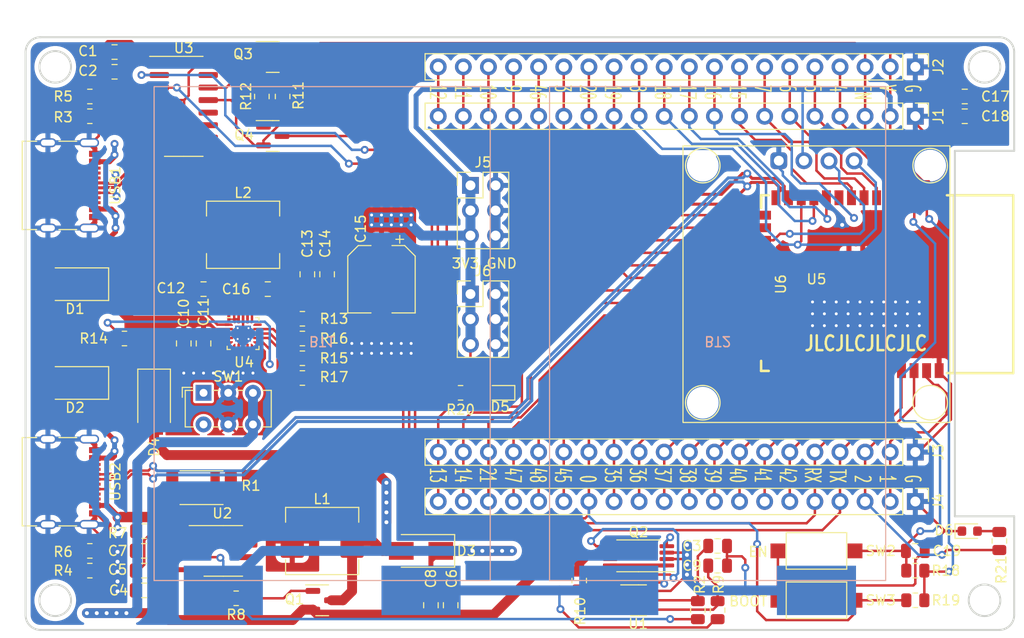
<source format=kicad_pcb>
(kicad_pcb (version 20211014) (generator pcbnew)
  (layers (0 "F.Cu" signal) (31 "B.Cu" signal) (34 "B.Paste" user) (35 "F.Paste" user) (36 "B.SilkS" user "B.Silkscreen") (37 "F.SilkS" user "F.Silkscreen") (38 "B.Mask" user) (39 "F.Mask" user) (44 "Edge.Cuts" user))
  (net 0 "")
  (net 1 "GND")
  (net 2 "+5V")
  (net 3 "+3V3")
  (net 4 "Net-(C9-Pad2)")
  (net 5 "/ESP_EN")
  (net 6 "Net-(D3-Pad2)")
  (net 7 "Net-(J1-Pad4)")
  (net 8 "Net-(J1-Pad5)")
  (net 9 "Net-(J1-Pad6)")
  (net 10 "Net-(J1-Pad7)")
  (net 11 "Net-(J1-Pad8)")
  (net 12 "Net-(J1-Pad9)")
  (net 13 "Net-(J1-Pad10)")
  (net 14 "Net-(J1-Pad11)")
  (net 15 "/ESP_USB-")
  (net 16 "/ESP_USB+")
  (net 17 "Net-(J1-Pad15)")
  (net 18 "Net-(J1-Pad16)")
  (net 19 "Net-(J1-Pad18)")
  (net 20 "Net-(J1-Pad19)")
  (net 21 "Net-(J1-Pad20)")
  (net 22 "Net-(J3-Pad2)")
  (net 23 "/ESP_TX")
  (net 24 "/ESP_RX")
  (net 25 "Net-(J3-Pad6)")
  (net 26 "Net-(J3-Pad7)")
  (net 27 "Net-(J3-Pad8)")
  (net 28 "Net-(J3-Pad9)")
  (net 29 "Net-(J3-Pad10)")
  (net 30 "Net-(J3-Pad11)")
  (net 31 "Net-(J3-Pad12)")
  (net 32 "Net-(J3-Pad13)")
  (net 33 "Net-(J3-Pad15)")
  (net 34 "Net-(J3-Pad16)")
  (net 35 "Net-(J3-Pad17)")
  (net 36 "Net-(J3-Pad18)")
  (net 37 "Net-(J3-Pad19)")
  (net 38 "Net-(J3-Pad20)")
  (net 39 "/ESP_IO0")
  (net 40 "Net-(Q1-Pad1)")
  (net 41 "/BAT")
  (net 42 "Net-(Q2-Pad1)")
  (net 43 "Net-(BT1-Pad2)")
  (net 44 "/BT-")
  (net 45 "Net-(C3-Pad2)")
  (net 46 "Net-(R8-Pad2)")
  (net 47 "/ESP_IO2")
  (net 48 "/BGND")
  (net 49 "Net-(C7-Pad2)")
  (net 50 "Net-(D5-Pad2)")
  (net 51 "Net-(Q2-Pad4)")
  (net 52 "Net-(Q2-Pad5)")
  (net 53 "/USB0-")
  (net 54 "/USB0+")
  (net 57 "Net-(Q3-Pad1)")
  (net 58 "Net-(Q3-Pad2)")
  (net 59 "Net-(Q4-Pad1)")
  (net 60 "Net-(Q4-Pad2)")
  (net 61 "Net-(R3-Pad1)")
  (net 62 "Net-(R4-Pad1)")
  (net 63 "Net-(R5-Pad1)")
  (net 64 "Net-(R6-Pad1)")
  (net 65 "Net-(R10-Pad1)")
  (net 77 "/VIN2")
  (net 78 "Net-(C12-Pad1)")
  (net 79 "Net-(C16-Pad1)")
  (net 80 "/VIN1")
  (net 81 "Net-(D6-Pad2)")
  (net 82 "/ESP_SDA")
  (net 83 "/ESP_SCL")
  (net 84 "Net-(R13-Pad2)")
  (net 85 "Net-(R14-Pad2)")
  (net 86 "Net-(R15-Pad2)")
  (net 87 "Net-(R17-Pad2)")
  (net 93 "/LX2")
  (net 94 "/LX1")
  (footprint "Connector_PinHeader_2.54mm:PinHeader_2x03_P2.54mm_Vertical" (layer "F.Cu") (at 145 126)
    (fp_text reference "J6")
    (fp_text value "Conn_02x03_Odd_Even")
  )
  (footprint "Capacitor_SMD:C_0805_2012Metric" (layer "F.Cu") (at 109 101.5)
    (fp_text reference "C1")
    (fp_text value "10uF")
  )
  (footprint "Capacitor_SMD:C_0805_2012Metric" (layer "F.Cu") (at 143 157.5 90)
    (fp_text reference "C6")
    (fp_text value "22uF")
  )
  (footprint "Capacitor_SMD:C_0805_2012Metric" (layer "F.Cu") (at 141 157.5 90)
    (fp_text reference "C8")
    (fp_text value "100nF")
  )
  (footprint "Capacitor_SMD:C_0805_2012Metric" (layer "F.Cu") (at 112 156 180)
    (fp_text reference "C4")
    (fp_text value "22uF")
  )
  (footprint "Resistor_SMD:R_0805_2012Metric" (layer "F.Cu") (at 110 130.5 180)
    (fp_text reference "R14")
    (fp_text value "10K")
  )
  (footprint "Capacitor_SMD:C_0805_2012Metric" (layer "F.Cu") (at 116 131 -90)
    (fp_text reference "C10")
    (fp_text value "10uF")
  )
  (footprint "Package_TO_SOT_SMD:SOT-23-6" (layer "F.Cu") (at 162 157)
    (fp_text reference "U1")
    (fp_text value "PW7152")
  )
  (footprint "Diode_SMD:D_SMA" (layer "F.Cu") (at 113 137 -90)
    (fp_text reference "D4")
    (fp_text value "D1FH3")
  )
  (footprint "Diode_SMD:D_SMA" (layer "F.Cu") (at 140 152 180)
    (fp_text reference "D3")
    (fp_text value "D1FH3")
  )
  (footprint "SB_Library:OLED_096_IIC" (layer "F.Cu") (at 180 125)
    (fp_text reference "U5")
    (fp_text value "OLED_096_IIC")
  )
  (footprint "Resistor_SMD:R_0805_2012Metric" (layer "F.Cu") (at 106.5 106)
    (fp_text reference "R5")
    (fp_text value "5.1K")
  )
  (footprint "LED_SMD:LED_0603_1608Metric" (layer "F.Cu") (at 195.5 150)
    (fp_text reference "D6")
    (fp_text value "LED_B")
  )
  (footprint "Capacitor_SMD:C_0805_2012Metric" (layer "F.Cu") (at 170 153.5 180)
    (fp_text reference "C9")
    (fp_text value "100nF")
  )
  (footprint "Capacitor_SMD:C_0805_2012Metric" (layer "F.Cu") (at 195 108)
    (fp_text reference "C18")
    (fp_text value "100nF")
  )
  (footprint "Resistor_SMD:R_0805_2012Metric" (layer "F.Cu") (at 198.5 151 90)
    (fp_text reference "R21")
    (fp_text value "750")
  )
  (footprint "Resistor_SMD:R_0805_2012Metric" (layer "F.Cu") (at 128 132.5 180)
    (fp_text reference "R15")
    (fp_text value "5.1K")
  )
  (footprint "Connector_PinHeader_2.54mm:PinHeader_2x03_P2.54mm_Vertical" (layer "F.Cu") (at 145 115)
    (fp_text reference "J5")
    (fp_text value "Conn_02x03_Odd_Even")
  )
  (footprint "Diode_SMD:D_SMA" (layer "F.Cu") (at 105 125 180)
    (fp_text reference "D1")
    (fp_text value "D1FH3")
  )
  (footprint "LED_SMD:LED_0603_1608Metric" (layer "F.Cu") (at 148 136 180)
    (fp_text reference "D5")
    (fp_text value "LED_R")
  )
  (footprint "Capacitor_SMD:C_0805_2012Metric" (layer "F.Cu") (at 109 103.5)
    (fp_text reference "C2")
    (fp_text value "100nF")
  )
  (footprint "Package_TO_SOT_SMD:SOT-23" (layer "F.Cu") (at 125 110)
    (fp_text reference "Q4")
    (fp_text value "SS8050")
  )
  (footprint "Resistor_SMD:R_0805_2012Metric" (layer "F.Cu") (at 121.3 156.8 180)
    (fp_text reference "R8")
    (fp_text value "20R")
  )
  (footprint "Capacitor_SMD:C_0805_2012Metric" (layer "F.Cu") (at 112 152 180)
    (fp_text reference "C7")
    (fp_text value "10uF")
  )
  (footprint "Resistor_SMD:R_0805_2012Metric" (layer "F.Cu") (at 168 158 -90)
    (fp_text reference "R2")
    (fp_text value "330R")
  )
  (footprint "Capacitor_SMD:CP_Elec_6.3x5.4" (layer "F.Cu") (at 136 124.5 -90)
    (fp_text reference "C15")
    (fp_text value "100uF")
  )
  (footprint "Capacitor_SMD:C_0805_2012Metric" (layer "F.Cu") (at 124.5 125.5 180)
    (fp_text reference "C16")
    (fp_text value "1uF")
  )
  (footprint "Connector_PinHeader_2.54mm:PinHeader_1x20_P2.54mm_Vertical" (layer "F.Cu") (at 190 142 -90)
    (fp_text reference "J3")
    (fp_text value "Conn_01x20_Male")
  )
  (footprint "Capacitor_SMD:C_0805_2012Metric" (layer "F.Cu") (at 128.5 124 -90)
    (fp_text reference "C13")
    (fp_text value "100nF")
  )
  (footprint "Resistor_SMD:R_0805_2012Metric" (layer "F.Cu") (at 106.5 152)
    (fp_text reference "R6")
    (fp_text value "5.1K")
  )
  (footprint "Button_Switch_THT:SW_E-Switch_EG1271_DPDT" (layer "F.Cu") (at 118 136)
    (fp_text reference "SW1")
    (fp_text value "SW_Push_DPDT")
  )
  (footprint "Capacitor_SMD:C_0805_2012Metric" (layer "F.Cu") (at 190 152 180)
    (fp_text reference "C19")
    (fp_text value "1uF")
  )
  (footprint "Resistor_SMD:R_2512_6332Metric" (layer "F.Cu") (at 117.8 145.6 180)
    (fp_text reference "R1")
    (fp_text value "0.12R")
  )
  (footprint "Capacitor_SMD:C_0805_2012Metric" (layer "F.Cu") (at 130.5 124 -90)
    (fp_text reference "C14")
    (fp_text value "10uF")
  )
  (footprint "Capacitor_SMD:C_0805_2012Metric" (layer "F.Cu") (at 170 151.5 180)
    (fp_text reference "C3")
    (fp_text value "100nF")
  )
  (footprint "Connector_USB:USB_C_Receptacle_Palconn_UTC16-G" (layer "F.Cu") (at 104.5 115 -90)
    (fp_text reference "USB1")
    (fp_text value "USB_C_Receptacle_USB2.0")
  )
  (footprint "Resistor_SMD:R_0805_2012Metric" (layer "F.Cu") (at 123.9 106 90)
    (fp_text reference "R12")
    (fp_text value "10K")
  )
  (footprint "Inductor_SMD:L_Abracon_ASPI-0630LR" (layer "F.Cu") (at 130 151)
    (fp_text reference "L1")
    (fp_text value "10uH")
  )
  (footprint "Capacitor_SMD:C_0805_2012Metric" (layer "F.Cu") (at 195 106)
    (fp_text reference "C17")
    (fp_text value "10uF")
  )
  (footprint "Resistor_SMD:R_0805_2012Metric" (layer "F.Cu") (at 170 158 -90)
    (fp_text reference "R9")
    (fp_text value "330R")
  )
  (footprint "Resistor_SMD:R_0805_2012Metric" (layer "F.Cu") (at 106.5 154)
    (fp_text reference "R4")
    (fp_text value "5.1K")
  )
  (footprint "Capacitor_SMD:C_0805_2012Metric" (layer "F.Cu") (at 118 131 -90)
    (fp_text reference "C11")
    (fp_text value "100nF")
  )
  (footprint "Package_SO:SOIC-16_3.9x9.9mm_P1.27mm" (layer "F.Cu") (at 116 107)
    (fp_text reference "U3")
    (fp_text value "CH340C")
  )
  (footprint "Resistor_SMD:R_0805_2012Metric" (layer "F.Cu") (at 128 134.5 180)
    (fp_text reference "R17")
    (fp_text value "100K")
  )
  (footprint "Capacitor_SMD:C_0805_2012Metric" (layer "F.Cu") (at 112 154)
    (fp_text reference "C5")
    (fp_text value "100nF")
  )
  (footprint "Button_Switch_SMD:SW_SPST_CK_RS282G05A3" (layer "F.Cu") (at 180 152)
    (fp_text reference "SW2")
    (fp_text value "SW_Push")
  )
  (footprint "Package_TO_SOT_SMD:SOT-23" (layer "F.Cu") (at 130 157)
    (fp_text reference "Q1")
    (fp_text value "PW2320")
  )
  (footprint "Package_DFN_QFN:QFN-20-1EP_3x3mm_P0.45mm_EP1.6x1.6mm_ThermalVias" (layer "F.Cu") (at 122 130)
    (fp_text reference "U4")
    (fp_text value "SY8286ARAC")
  )
  (footprint "Resistor_SMD:R_0805_2012Metric" (layer "F.Cu") (at 112 150)
    (fp_text reference "R7")
    (fp_text value "5R")
  )
  (footprint "Capacitor_SMD:C_0805_2012Metric" (layer "F.Cu") (at 118 125.5)
    (fp_text reference "C12")
    (fp_text value "100nF")
  )
  (footprint "Resistor_SMD:R_0805_2012Metric" (layer "F.Cu") (at 190 157 180)
    (fp_text reference "R19")
    (fp_text value "10K")
  )
  (footprint "Button_Switch_SMD:SW_SPST_CK_RS282G05A3" (layer "F.Cu") (at 180 157)
    (fp_text reference "SW3")
    (fp_text value "SW_Push")
  )
  (footprint "Package_SO:SOIC-8_3.9x4.9mm_P1.27mm" (layer "F.Cu") (at 120 152)
    (fp_text reference "U2")
    (fp_text value "PW4202")
  )
  (footprint "Resistor_SMD:R_0805_2012Metric" (layer "F.Cu") (at 126 106 -90)
    (fp_text reference "R11")
    (fp_text value "10K")
  )
  (footprint "Resistor_SMD:R_0805_2012Metric" (layer "F.Cu") (at 128 128.5 180)
    (fp_text reference "R13")
    (fp_text value "100K")
  )
  (footprint "Inductor_SMD:L_Abracon_ASPI-0630LR" (layer "F.Cu") (at 122 120)
    (fp_text reference "L2")
    (fp_text value "10uH")
  )
  (footprint "Diode_SMD:D_SMA" (layer "F.Cu") (at 105 135 180)
    (fp_text reference "D2")
    (fp_text value "D1FH3")
  )
  (footprint "Connector_PinHeader_2.54mm:PinHeader_1x20_P2.54mm_Vertical" (layer "F.Cu") (at 190 103 -90)
    (fp_text reference "J2")
    (fp_text value "Conn_01x20_Male")
  )
  (footprint "SB_Library:ESP32-S3-WROOM-1" (layer "F.Cu") (at 185 125 -90)
    (fp_text reference "U6")
    (fp_text value "ESP32-S3-WROOM-1")
  )
  (footprint "Resistor_SMD:R_0805_2012Metric" (layer "F.Cu") (at 156 155 90)
    (fp_text reference "R10")
    (fp_text value "1K")
  )
  (footprint "Connector_PinHeader_2.54mm:PinHeader_1x20_P2.54mm_Vertical" (layer "F.Cu") (at 190 108 -90)
    (fp_text reference "J1")
    (fp_text value "Conn_01x20_Male")
  )
  (footprint "Connector_USB:USB_C_Receptacle_Palconn_UTC16-G" (layer "F.Cu") (at 104.5 145 -90)
    (fp_text reference "USB2")
    (fp_text value "USB_C_Receptacle_USB2.0")
  )
  (footprint "Resistor_SMD:R_0805_2012Metric" (layer "F.Cu") (at 190 154 180)
    (fp_text reference "R18")
    (fp_text value "10K")
  )
  (footprint "Resistor_SMD:R_0805_2012Metric" (layer "F.Cu") (at 144 136)
    (fp_text reference "R20")
    (fp_text value "750")
  )
  (footprint "Resistor_SMD:R_0805_2012Metric" (layer "F.Cu") (at 128 130.5)
    (fp_text reference "R16")
    (fp_text value "22K")
  )
  (footprint "Resistor_SMD:R_0805_2012Metric" (layer "F.Cu") (at 106.5 108)
    (fp_text reference "R3")
    (fp_text value "5.1K")
  )
  (footprint "Package_SO:TSSOP-8_4.4x3mm_P0.65mm" (layer "F.Cu") (at 162 152.5 180)
    (fp_text reference "Q2")
    (fp_text value "PW8205A8")
  )
  (footprint "Connector_PinHeader_2.54mm:PinHeader_1x20_P2.54mm_Vertical" (layer "F.Cu") (at 190 147 -90)
    (fp_text reference "J4")
    (fp_text value "Conn_01x20_Male")
  )
  (footprint "Package_TO_SOT_SMD:SOT-23" (layer "F.Cu") (at 125 102)
    (fp_text reference "Q3")
    (fp_text value "SS8050")
  )
  (footprint "SB_Library:BT-503450" (layer "B.Cu") (at 170 130)
    (fp_text reference "BT2")
    (fp_text value " ")
  )
  (footprint "SB_Library:BT-503450" (layer "B.Cu") (at 130 130)
    (fp_text reference "BT1")
    (fp_text value " ")
  )
  (gr_circle locked (center 197 103) (end 198.6 103) (layer "Edge.Cuts") (width 0.2) (fill none))
  (gr_arc locked (start 198.5 100) (mid 199.56066 100.43934) (end 200 101.5) (layer "Edge.Cuts") (width 0.2))
  (gr_line locked (start 100 101.5) (end 100 158.5) (layer "Edge.Cuts") (width 0.2))
  (gr_line locked (start 200 148.5) (end 194 148.5) (layer "Edge.Cuts") (width 0.2))
  (gr_circle locked (center 103 103) (end 104.6 103) (layer "Edge.Cuts") (width 0.2) (fill none))
  (gr_line locked (start 200 111.5) (end 200 101.5) (layer "Edge.Cuts") (width 0.2))
  (gr_circle locked (center 103 157) (end 104.6 157) (layer "Edge.Cuts") (width 0.2) (fill none))
  (gr_circle locked (center 197 157) (end 198.6 157) (layer "Edge.Cuts") (width 0.2) (fill none))
  (gr_arc locked (start 101.5 160) (mid 100.43934 159.56066) (end 100 158.5) (layer "Edge.Cuts") (width 0.2))
  (gr_line locked (start 198.5 100) (end 101.5 100) (layer "Edge.Cuts") (width 0.2))
  (gr_arc locked (start 100 101.5) (mid 100.43934 100.43934) (end 101.5 100) (layer "Edge.Cuts") (width 0.2))
  (gr_line locked (start 194 111.5) (end 200 111.5) (layer "Edge.Cuts") (width 0.2))
  (gr_line locked (start 101.5 160) (end 198.5 160) (layer "Edge.Cuts") (width 0.2))
  (gr_line locked (start 194 148.5) (end 194 111.5) (layer "Edge.Cuts") (width 0.2))
  (gr_arc locked (start 200 158.5) (mid 199.56066 159.56066) (end 198.5 160) (layer "Edge.Cuts") (width 0.2))
  (gr_line locked (start 200 158.5) (end 200 148.5) (layer "Edge.Cuts") (width 0.2))
  (gr_text "JLCJLCJLCJLC" (at 185 131) (layer "F.SilkS") (effects (font (size 1.5 1.2) (thickness 0.25))))
  (gr_text "G\nV\nEN\n4\n5\n6\n7\n15\n16\n17\n18\n8\n19\n20\n3\n46\n9\n10\n11\n12" (at 165.7 104.7 270) (layer "F.SilkS") (effects (font (size 1.57 0.8)) (justify left)))
  (gr_text "3V3 GND" (at 146.4 122.9) (layer "F.SilkS") (effects (font (size 1 1))))
  (gr_text "EN" (at 174.1 152.1) (layer "F.SilkS") (effects (font (size 1 1))))
  (gr_text "BOOT" (at 173.1 157.1) (layer "F.SilkS") (effects (font (size 1 1))))
  (gr_text "G\n1\n2\nTX\nRX\n42\n41\n40\n39\n38\n37\n36\n35\n0\n45\n48\n47\n21\n14\n13" (at 165.7 145.2 270) (layer "F.SilkS") (effects (font (size 1.57 0.8)) (justify right)))
  (segment (start 190 152.9) (end 190 155.3) (width 0.25) (layer "F.Cu") (net 1))
  (segment (start 148.7875 134.2875) (end 147.54 133.04) (width 0.25) (layer "F.Cu") (net 1))
  (segment (start 125.5 135.9) (end 128.2 135.9) (width 0.25) (layer "F.Cu") (net 1))
  (segment (start 193.6 138.7) (end 190.3 142) (width 0.25) (layer "F.Cu") (net 1))
  (segment (start 176.1 152) (end 176.1 155.5) (width 0.25) (layer "F.Cu") (net 1))
  (segment (start 108.450489 149.350489) (end 108.450489 151.050489) (width 0.5) (layer "F.Cu") (net 1))
  (segment (start 182.6 119) (end 183.286889 119.686889) (width 0.25) (layer "F.Cu") (net 1))
  (segment (start 190 155.3) (end 189.8 155.5) (width 0.25) (layer "F.Cu") (net 1))
  (segment (start 190.3 142) (end 190 142) (width 0.25) (layer "F.Cu") (net 1))
  (segment (start 190 103) (end 190 108) (width 0.25) (layer "F.Cu") (net 1))
  (segment (start 192.95 149.95) (end 192.95 150) (width 0.25) (layer "F.Cu") (net 1))
  (segment (start 107.4125 154) (end 107.4125 152) (width 0.25) (layer "F.Cu") (net 1))
  (segment (start 183.286889 119.686889) (end 183.286889 122.092945) (width 0.25) (layer "F.Cu") (net 1))
  (segment (start 190 108) (end 190 111.5) (width 0.25) (layer "F.Cu") (net 1))
  (segment (start 107.4125 152) (end 107.4125 150.3125) (width 0.25) (layer "F.Cu") (net 1))
  (segment (start 111.6 102) (end 112.155 102.555) (width 0.25) (layer "F.Cu") (net 1))
  (segment (start 122 127.4) (end 122.7 126.7) (width 0.25) (layer "F.Cu") (net 1))
  (segment (start 107.3 148.2) (end 108.450489 149.350489) (width 0.5) (layer "F.Cu") (net 1))
  (segment (start 190 111.5) (end 189.7 111.8) (width 0.25) (layer "F.Cu") (net 1))
  (segment (start 134.7 130.5) (end 136 129.2) (width 0.25) (layer "F.Cu") (net 1))
  (segment (start 191.4 110.1) (end 190 108.7) (width 0.25) (layer "F.Cu") (net 1))
  (segment (start 108.05 101.5) (end 108.05 103.5) (width 0.25) (layer "F.Cu") (net 1))
  (segment (start 136 129.2) (end 136 127.3) (width 0.25) (layer "F.Cu") (net 1))
  (segment (start 147.54 133.04) (end 147.54 131.08) (width 0.25) (layer "F.Cu") (net 1))
  (segment (start 190.95 152) (end 190.9 152) (width 0.25) (layer "F.Cu") (net 1))
  (segment (start 112.155 102.555) (end 113.525 102.555) (width 0.25) (layer "F.Cu") (net 1))
  (segment (start 189.7 113.5) (end 190.8 114.6) (width 0.25) (layer "F.Cu") (net 1))
  (segment (start 107.01 141.26) (end 106.43 140.68) (width 0.5) (layer "F.Cu") (net 1))
  (segment (start 192.410061 133.910061) (end 193.6 135.1) (width 0.25) (layer "F.Cu") (net 1))
  (segment (start 110.7 100.4) (end 111.6 101.3) (width 0.25) (layer "F.Cu") (net 1))
  (segment (start 195.95 106) (end 195.95 108) (width 0.25) (layer "F.Cu") (net 1))
  (segment (start 193.6 135.1) (end 193.6 138.7) (width 0.25) (layer "F.Cu") (net 1))
  (segment (start 108.05 101.5) (end 108.05 100.65) (width 0.25) (layer "F.Cu") (net 1))
  (segment (start 107.4125 108) (end 107.4 108.0125) (width 0.25) (layer "F.Cu") (net 1))
  (segment (start 192.410061 133.750021) (end 192.410061 133.910061) (width 0.25) (layer "F.Cu") (net 1))
  (segment (start 106.72 110.68) (end 106.43 110.68) (width 0.25) (layer "F.Cu") (net 1))
  (segment (start 192.410061 115.647034) (end 192.410061 116.249929) (width 0.25) (layer "F.Cu") (net 1))
  (segment (start 108.3 100.4) (end 110.7 100.4) (width 0.25) (layer "F.Cu") (net 1))
  (segment (start 195.6 110.1) (end 191.4 110.1) (width 0.25) (layer "F.Cu") (net 1))
  (segment (start 107.4125 105.0875) (end 107.4125 106) (width 0.25) (layer "F.Cu") (net 1))
  (segment (start 191.363027 114.6) (end 192.410061 115.647034) (width 0.25) (layer "F.Cu") (net 1))
  (segment (start 128.9125 134.5) (end 128.9125 130.5) (width 0.25) (layer "F.Cu") (net 1))
  (segment (start 109.3 151.9) (end 109.3 156.1) (width 0.5) (layer "F.Cu") (net 1))
  (segment (start 106.43 149.33) (end 106.43 149.32) (width 0.25) (layer "F.Cu") (net 1))
  (segment (start 189.8 155.5) (end 176.1 155.5) (width 0.25) (layer "F.Cu") (net 1))
  (segment (start 189.7 111.8) (end 189.7 113.5) (width 0.25) (layer "F.Cu") (net 1))
  (segment (start 190 108.7) (end 190 108) (width 0.25) (layer "F.Cu") (net 1))
  (segment (start 120.5 139.2) (end 120.5 136) (width 1) (layer "F.Cu") (net 1))
  (segment (start 107.01 118.2) (end 107.01 118.74) (width 0.5) (layer "F.Cu") (net 1))
  (segment (start 108.450489 151.050489) (end 109.3 151.9) (width 0.5) (layer "F.Cu") (net 1))
  (segment (start 108.05 100.65) (end 108.3 100.4) (width 0.25) (layer "F.Cu") (net 1))
  (segment (start 107.4 108.0125) (end 107.4 110) (width 0.25) (layer "F.Cu") (net 1))
  (segment (start 123 134) (end 123.6 134) (width 0.25) (layer "F.Cu") (net 1))
  (segment (start 111.6 101.3) (end 111.6 102) (width 0.25) (layer "F.Cu") (net 1))
  (segment (start 123.55 126.25) (end 123.55 125.5) (width 0.25) (layer "F.Cu") (net 1))
  (segment (start 122.7 126.7) (end 123.1 126.7) (width 0.25) (layer "F.Cu") (net 1))
  (segment (start 123.1 126.7) (end 123.55 126.25) (width 0.25) (layer "F.Cu") (net 1))
  (segment (start 195.95 109.75) (end 195.6 110.1) (width 0.25) (layer "F.Cu") (net 1))
  (segment (start 190.8 114.6) (end 191.363027 114.6) (width 0.25) (layer "F.Cu") (net 1))
  (segment (start 128.9125 135.1875) (end 128.9125 134.5) (width 0.25) (layer "F.Cu") (net 1))
  (segment (start 107.01 111.26) (end 106.43 110.68) (width 0.5) (layer "F.Cu") (net 1))
  (segment (start 148.7875 136) (end 148.7875 134.2875) (width 0.25) (layer "F.Cu") (net 1))
  (segment (start 107.01 118.74) (end 106.43 119.32) (width 0.5) (layer "F.Cu") (net 1))
  (segment (start 176.1 155.5) (end 176.1 157) (width 0.25) (layer "F.Cu") (net 1))
  (segment (start 123.6 134) (end 125.5 135.9) (width 0.25) (layer "F.Cu") (net 1))
  (segment (start 107.4 110) (end 106.72 110.68) (width 0.25) (layer "F.Cu") (net 1))
  (segment (start 107.01 148.2) (end 107.01 148.74) (width 0.5) (layer "F.Cu") (net 1))
  (segment (start 128.2 135.9) (end 128.9125 135.1875) (width 0.25) (layer "F.Cu") (net 1))
  (segment (start 122 128.55) (end 122 127.4) (width 0.25) (layer "F.Cu") (net 1))
  (segment (start 108.05 103.5) (end 108.05 104.45) (width 0.25) (layer "F.Cu") (net 1))
  (segment (start 107.01 111.8) (end 107.01 111.26) (width 0.5) (layer "F.Cu") (net 1))
  (segment (start 128.9125 130.5) (end 134.7 130.5) (width 0.25) (layer "F.Cu") (net 1))
  (segment (start 107.01 148.74) (end 106.43 149.32) (width 0.5) (layer "F.Cu") (net 1))
  (segment (start 190.95 152) (end 192.95 150) (width 0.25) (layer "F.Cu") (net 1))
  (segment (start 107.4125 150.3125) (end 106.43 149.33) (width 0.25) (layer "F.Cu") (net 1))
  (segment (start 192.95 150) (end 194.7125 150) (width 0.25) (layer "F.Cu") (net 1))
  (segment (start 108.05 104.45) (end 107.4125 105.0875) (width 0.25) (layer "F.Cu") (net 1))
  (segment (start 190.9 152) (end 190 152.9) (width 0.25) (layer "F.Cu") (net 1))
  (segment (start 122 128.55) (end 122 130) (width 0.25) (layer "F.Cu") (net 1))
  (segment (start 190 147) (end 192.95 149.95) (width 0.25) (layer "F.Cu") (net 1))
  (segment (start 107.4125 106) (end 107.4125 108) (width 0.25) (layer "F.Cu") (net 1))
  (segment (start 195.95 108) (end 195.95 109.75) (width 0.25) (layer "F.Cu") (net 1))
  (segment (start 107.01 141.8) (end 107.01 141.26) (width 0.5) (layer "F.Cu") (net 1))
  (segment (start 190 147) (end 190 142) (width 0.25) (layer "F.Cu") (net 1))
  (segment (start 107.01 148.2) (end 107.3 148.2) (width 0.5) (layer "F.Cu") (net 1))
  (via (at 109.3 156.1) (size 0.8) (drill 0.4) (layers "F.Cu" "B.Cu") (net 1))
  (via (at 182 129.2) (size 0.6) (drill 0.3) (layers "F.Cu" "B.Cu") (net 1))
  (via (at 183.2 126.8) (size 0.6) (drill 0.3) (layers "F.Cu" "B.Cu") (net 1))
  (via (at 121 134) (size 0.6) (drill 0.3) (layers "F.Cu" "B.Cu") (net 1))
  (via (at 189.2 126.8) (size 0.6) (drill 0.3) (layers "F.Cu" "B.Cu") (net 1))
  (via (at 179.6 126.8) (size 0.6) (drill 0.3) (layers "F.Cu" "B.Cu") (net 1))
  (via (at 116 134) (size 0.6) (drill 0.3) (layers "F.Cu" "B.Cu") (net 1))
  (via (at 136 132) (size 0.6) (drill 0.3) (layers "F.Cu" "B.Cu") (net 1))
  (via (at 180.8 126.8) (size 0.6) (drill 0.3) (layers "F.Cu" "B.Cu") (net 1))
  (via (at 190.4 129.2) (size 0.6) (drill 0.3) (layers "F.Cu" "B.Cu") (net 1))
  (via (at 139 132) (size 0.6) (drill 0.3) (layers "F.Cu" "B.Cu") (net 1))
  (via (at 118 134) (size 0.6) (drill 0.3) (layers "F.Cu" "B.Cu") (net 1))
  (via (at 109.3 152.1) (size 0.8) (drill 0.4) (layers "F.Cu" "B.Cu") (net 1))
  (via (at 185.6 128) (size 0.6) (drill 0.3) (layers "F.Cu" "B.Cu") (net 1))
  (via (at 109.3 153.1) (size 0.8) (drill 0.4) (layers "F.Cu" "B.Cu") (net 1))
  (via (at 137 132) (size 0.6) (drill 0.3) (layers "F.Cu" "B.Cu") (net 1))
  (via (at 135 131) (size 0.6) (drill 0.3) (layers "F.Cu" "B.Cu") (net 1))
  (via (at 185.6 129.2) (size 0.6) (drill 0.3) (layers "F.Cu" "B.Cu") (net 1))
  (via (at 117 134) (size 0.6) (drill 0.3) (layers "F.Cu" "B.Cu") (net 1))
  (via (at 122 134) (size 0.6) (drill 0.3) (layers "F.Cu" "B.Cu") (net 1))
  (via (at 123 134) (size 0.6) (drill 0.3) (layers "F.Cu" "B.Cu") (net 1))
  (via (at 186.8 128) (size 0.6) (drill 0.3) (layers "F.Cu" "B.Cu") (net 1))
  (via (at 189.2 128) (size 0.6) (drill 0.3) (layers "F.Cu" "B.Cu") (net 1))
  (via (at 135 132) (size 0.6) (drill 0.3) (layers "F.Cu" "B.Cu") (net 1))
  (via (at 188 128) (size 0.6) (drill 0.3) (layers "F.Cu" "B.Cu") (net 1))
  (via (at 138 132) (size 0.6) (drill 0.3) (layers "F.Cu" "B.Cu") (net 1))
  (via (at 134 131) (size 0.6) (drill 0.3) (layers "F.Cu" "B.Cu") (net 1))
  (via (at 184.4 129.2) (size 0.6) (drill 0.3) (layers "F.Cu" "B.Cu") (net 1))
  (via (at 134 132) (size 0.6) (drill 0.3) (layers "F.Cu" "B.Cu") (net 1))
  (via (at 139 131) (size 0.6) (drill 0.3) (layers "F.Cu" "B.Cu") (net 1))
  (via (at 120 134) (size 0.6) (drill 0.3) (layers "F.Cu" "B.Cu") (net 1))
  (via (at 180.8 128) (size 0.6) (drill 0.3) (layers "F.Cu" "B.Cu") (net 1))
  (via (at 189.2 129.2) (size 0.6) (drill 0.3) (layers "F.Cu" "B.Cu") (net 1))
  (via (at 182 128) (size 0.6) (drill 0.3) (layers "F.Cu" "B.Cu") (net 1))
  (via (at 109.3 155.1) (size 0.8) (drill 0.4) (layers "F.Cu" "B.Cu") (net 1))
  (via (at 138 131) (size 0.6) (drill 0.3) (layers "F.Cu" "B.Cu") (net 1))
  (via (at 133 131) (size 0.6) (drill 0.3) (layers "F.Cu" "B.Cu") (net 1))
  (via (at 185.6 126.8) (size 0.6) (drill 0.3) (layers "F.Cu" "B.Cu") (net 1))
  (via (at 190.4 128) (size 0.6) (drill 0.3) (layers "F.Cu" "B.Cu") (net 1))
  (via (at 182.6 119) (size 0.8) (drill 0.4) (layers "F.Cu" "B.Cu") (net 1))
  (via (at 184.4 128) (size 0.6) (drill 0.3) (layers "F.Cu" "B.Cu") (net 1))
  (via (at 183.2 128) (size 0.6) (drill 0.3) (layers "F.Cu" "B.Cu") (net 1))
  (via (at 137 131) (size 0.6) (drill 0.3) (layers "F.Cu" "B.Cu") (net 1))
  (via (at 119 134) (size 0.6) (drill 0.3) (layers "F.Cu" "B.Cu") (net 1))
  (via (at 182 126.8) (size 0.6) (drill 0.3) (layers "F.Cu" "B.Cu") (net 1))
  (via (at 188 129.2) (size 0.6) (drill 0.3) (layers "F.Cu" "B.Cu") (net 1))
  (via (at 109.3 154.1) (size 0.8) (drill 0.4) (layers "F.Cu" "B.Cu") (net 1))
  (via (at 190.4 126.8) (size 0.6) (drill 0.3) (layers "F.Cu" "B.Cu") (net 1))
  (via (at 180.8 129.2) (size 0.6) (drill 0.3) (layers "F.Cu" "B.Cu") (net 1))
  (via (at 179.6 128) (size 0.6) (drill 0.3) (layers "F.Cu" "B.Cu") (net 1))
  (via (at 183.2 129.2) (size 0.6) (drill 0.3) (layers "F.Cu" "B.Cu") (net 1))
  (via (at 179.6 129.2) (size 0.6) (drill 0.3) (layers "F.Cu" "B.Cu") (net 1))
  (via (at 184.4 126.8) (size 0.6) (drill 0.3) (layers "F.Cu" "B.Cu") (net 1))
  (via (at 136 131) (size 0.6) (drill 0.3) (layers "F.Cu" "B.Cu") (net 1))
  (via (at 188 126.8) (size 0.6) (drill 0.3) (layers "F.Cu" "B.Cu") (net 1))
  (via (at 133 132) (size 0.6) (drill 0.3) (layers "F.Cu" "B.Cu") (net 1))
  (via (at 186.8 126.8) (size 0.6) (drill 0.3) (layers "F.Cu" "B.Cu") (net 1))
  (via (at 186.8 129.2) (size 0.6) (drill 0.3) (layers "F.Cu" "B.Cu") (net 1))
  (segment (start 176.6 114) (end 178.8 116.2) (width 0.25) (layer "B.Cu") (net 1))
  (segment (start 180.5 116.2) (end 182.6 118.3) (width 0.25) (layer "B.Cu") (net 1))
  (segment (start 176.6 113.635718) (end 176.6 114) (width 0.25) (layer "B.Cu") (net 1))
  (segment (start 178.8 116.2) (end 180.5 116.2) (width 0.25) (layer "B.Cu") (net 1))
  (segment (start 176.19 112.5) (end 176.19 113.225718) (width 0.25) (layer "B.Cu") (net 1))
  (segment (start 176.19 113.225718) (end 176.6 113.635718) (width 0.25) (layer "B.Cu") (net 1))
  (segment (start 147.54 115) (end 147.54 131.08) (width 1) (layer "B.Cu") (net 1))
  (segment (start 182.6 118.3) (end 182.6 119) (width 0.25) (layer "B.Cu") (net 1))
  (segment (start 107 135) (end 113 135) (width 1) (layer "F.Cu") (net 2))
  (segment (start 110.9125 132.9125) (end 113 135) (width 1) (layer "F.Cu") (net 2))
  (segment (start 110.9125 130.5) (end 110.9125 132.9125) (width 1) (layer "F.Cu") (net 2))
  (segment (start 107 125) (end 110.9125 128.9125) (width 1) (layer "F.Cu") (net 2))
  (segment (start 110.9125 128.9125) (end 110.9125 130.5) (width 1) (layer "F.Cu") (net 2))
  (segment (start 128.9125 128.5) (end 127.3 126.8875) (width 0.25) (layer "F.Cu") (net 3))
  (segment (start 113.525 106.365) (end 116.035 106.365) (width 0.25) (layer "F.Cu") (net 3))
  (segment (start 190.94952 115.04952) (end 190.54952 115.04952) (width 0.25) (layer "F.Cu") (net 3))
  (segment (start 194.05 106) (end 194.05 108) (width 0.25) (layer "F.Cu") (net 3))
  (segment (start 143.0875 136) (end 143.0875 134.3125) (width 0.25) (layer "F.Cu") (net 3))
  (segment (start 111.165 106.365) (end 113.525 106.365) (width 0.25) (layer "F.Cu") (net 3))
  (segment (start 116.5 103.6) (end 117.545 102.555) (width 0.25) (layer "F.Cu") (net 3))
  (segment (start 116.5 105.9) (end 116.5 103.6) (width 0.25) (layer "F.Cu") (net 3))
  (segment (start 116.035 113.035) (end 117.5 114.5) (width 0.25) (layer "F.Cu") (net 3))
  (segment (start 191.163937 115.263937) (end 190.94952 115.04952) (width 0.25) (layer "F.Cu") (net 3))
  (segment (start 128.5 121.7) (end 136 121.7) (width 0.25) (layer "F.Cu") (net 3))
  (segment (start 191.163937 116.249929) (end 191.163937 118.163937) (width 0.25) (layer "F.Cu") (net 3))
  (segment (start 187.46 101.74) (end 187.46 103) (width 0.25) (layer "F.Cu") (net 3))
  (segment (start 122.7 114.5) (end 125.025 116.825) (width 0.25) (layer "F.Cu") (net 3))
  (segment (start 117.5 114.5) (end 122.7 114.5) (width 0.25) (layer "F.Cu") (net 3))
  (segment (start 191.0125 154.1) (end 190.9125 154) (width 0.25) (layer "F.Cu") (net 3))
  (segment (start 145 132.4) (end 145 131.08) (width 0.25) (layer "F.Cu") (net 3))
  (segment (start 190.9125 157) (end 190.9125 154) (width 0.25) (layer "F.Cu") (net 3))
  (segment (start 117.545 102.555) (end 118.475 102.555) (width 0.25) (layer "F.Cu") (net 3))
  (segment (start 193.4 154.1) (end 191.0125 154.1) (width 0.25) (layer "F.Cu") (net 3))
  (segment (start 194.05 106) (end 194.05 103.45) (width 0.25) (layer "F.Cu") (net 3))
  (segment (start 116.035 106.365) (end 116.035 113.035) (width 0.25) (layer "F.Cu") (net 3))
  (segment (start 194.05 103.45) (end 191.7 101.1) (width 0.25) (layer "F.Cu") (net 3))
  (segment (start 109.95 103.5) (end 110.4 103.95) (width 0.25) (layer "F.Cu") (net 3))
  (segment (start 116.035 106.365) (end 116.5 105.9) (width 0.25) (layer "F.Cu") (net 3))
  (segment (start 187.46 111.96) (end 187.46 108) (width 0.25) (layer "F.Cu") (net 3))
  (segment (start 188.1 101.1) (end 187.46 101.74) (width 0.25) (layer "F.Cu") (net 3))
  (segment (start 191.7 101.1) (end 188.1 101.1) (width 0.25) (layer "F.Cu") (net 3))
  (segment (start 191.163937 118.163937) (end 191.4 118.4) (width 0.25) (layer "F.Cu") (net 3))
  (segment (start 127.3 122.9) (end 128.5 121.7) (width 0.25) (layer "F.Cu") (net 3))
  (segment (start 110.4 103.95) (end 110.4 105.6) (width 0.25) (layer "F.Cu") (net 3))
  (segment (start 127.3 126.8875) (end 127.3 122.9) (width 0.25) (layer "F.Cu") (net 3))
  (segment (start 110.4 105.6) (end 111.165 106.365) (width 0.25) (layer "F.Cu") (net 3))
  (segment (start 191.163937 116.249929) (end 191.163937 115.263937) (width 0.25) (layer "F.Cu") (net 3))
  (segment (start 125.025 116.825) (end 125.025 120) (width 0.25) (layer "F.Cu") (net 3))
  (segment (start 109.95 103.5) (end 109.95 101.5) (width 0.25) (layer "F.Cu") (net 3))
  (segment (start 143.0875 134.3125) (end 145 132.4) (width 0.25) (layer "F.Cu") (net 3))
  (segment (start 190.54952 115.04952) (end 187.46 111.96) (width 0.25) (layer "F.Cu") (net 3))
  (segment (start 187.46 103) (end 187.46 108) (width 0.25) (layer "F.Cu") (net 3))
  (via (at 138 119) (size 0.6) (drill 0.3) (layers "F.Cu" "B.Cu") (net 3))
  (via (at 135 119) (size 0.6) (drill 0.3) (layers "F.Cu" "B.Cu") (net 3))
  (via (at 191.4 118.4) (size 0.8) (drill 0.4) (layers "F.Cu" "B.Cu") (net 3))
  (via (at 135 118) (size 0.6) (drill 0.3) (layers "F.Cu" "B.Cu") (net 3))
  (via (at 193.4 154.1) (size 0.8) (drill 0.4) (layers "F.Cu" "B.Cu") (net 3))
  (via (at 138 118) (size 0.6) (drill 0.3) (layers "F.Cu" "B.Cu") (net 3))
  (via (at 139 119) (size 0.6) (drill 0.3) (layers "F.Cu" "B.Cu") (net 3))
  (via (at 137 119) (size 0.6) (drill 0.3) (layers "F.Cu" "B.Cu") (net 3))
  (via (at 139 118) (size 0.6) (drill 0.3) (layers "F.Cu" "B.Cu") (net 3))
  (via (at 137 118) (size 0.6) (drill 0.3) (layers "F.Cu" "B.Cu") (net 3))
  (via (at 136 118) (size 0.6) (drill 0.3) (layers "F.Cu" "B.Cu") (net 3))
  (via (at 136 119) (size 0.6) (drill 0.3) (layers "F.Cu" "B.Cu") (net 3))
  (segment (start 139.5 109.1) (end 145 114.6) (width 0.5) (layer "B.Cu") (net 3))
  (segment (start 135 118) (end 139 118) (width 0.5) (layer "B.Cu") (net 3))
  (segment (start 193.8 153.7) (end 193.4 154.1) (width 0.25) (layer "B.Cu") (net 3))
  (segment (start 145 115) (end 144.9 114.9) (width 1) (layer "B.Cu") (net 3))
  (segment (start 186.7 105.3) (end 178.8 105.3) (width 0.5) (layer "B.Cu") (net 3))
  (segment (start 145 120.08) (end 140.08 120.08) (width 1) (layer "B.Cu") (net 3))
  (segment (start 145 115) (end 145 131.08) (width 1) (layer "B.Cu") (net 3))
  (segment (start 187.46 106.06) (end 186.7 105.3) (width 0.5) (layer "B.Cu") (net 3))
  (segment (start 137 118) (end 137 119) (width 0.5) (layer "B.Cu") (net 3))
  (segment (start 136 118) (end 136 119) (width 0.5) (layer "B.Cu") (net 3))
  (segment (start 193.8 151.6) (end 193.8 153.7) (width 0.25) (layer "B.Cu") (net 3))
  (segment (start 178.6 105.5) (end 178.8 105.3) (width 0.25) (layer "B.Cu") (net 3))
  (segment (start 140.1 105.3) (end 139.5 105.9) (width 0.5) (layer "B.Cu") (net 3))
  (segment (start 178.6 112.37) (end 178.6 105.5) (width 0.25) (layer "B.Cu") (net 3))
  (segment (start 178.73 112.5) (end 178.6 112.37) (width 0.25) (layer "B.Cu") (net 3))
  (segment (start 138 118) (end 138 119) (width 0.5) (layer "B.Cu") (net 3))
  (segment (start 187.46 108) (end 187.46 106.06) (width 0.5) (layer "B.Cu") (net 3))
  (segment (start 191.4 118.4) (end 193.4 120.4) (width 0.25) (layer "B.Cu") (net 3))
  (segment (start 135 118) (end 135 119) (width 0.5) (layer "B.Cu") (net 3))
  (segment (start 178.8 105.3) (end 140.1 105.3) (width 0.5) (layer "B.Cu") (net 3))
  (segment (start 139 118) (end 139 119) (width 0.5) (layer "B.Cu") (net 3))
  (segment (start 145 114.6) (end 145 115) (width 0.5) (layer "B.Cu") (net 3))
  (segment (start 193.4 151.2) (end 193.8 151.6) (width 0.25) (layer "B.Cu") (net 3))
  (segment (start 140.08 120.08) (end 139 119) (width 1) (layer "B.Cu") (net 3))
  (segment (start 135 119) (end 139 119) (width 0.5) (layer "B.Cu") (net 3))
  (segment (start 139.5 105.9) (end 139.5 109.1) (width 0.5) (layer "B.Cu") (net 3))
  (segment (start 193.4 120.4) (end 193.4 151.2) (width 0.25) (layer "B.Cu") (net 3))
  (segment (start 169.05 154.65) (end 169.05 153.5) (width 0.25) (layer "F.Cu") (net 4))
  (segment (start 163.1375 157.95) (end 169.55 157.95) (width 0.25) (layer "F.Cu") (net 4))
  (segment (start 169.55 157.95) (end 170 157.5) (width 0.25) (layer "F.Cu") (net 4))
  (segment (start 170 155.6) (end 169.05 154.65) (width 0.25) (layer "F.Cu") (net 4))
  (segment (start 170 157.0875) (end 170 155.6) (width 0.25) (layer "F.Cu") (net 4))
  (segment (start 170 157.5) (end 170 157.0875) (width 0.25) (layer "F.Cu") (net 4))
  (segment (start 128.4 102) (end 129.8 100.6) (width 0.25) (layer "F.Cu") (net 5))
  (segment (start 183.9 152) (end 189.05 152) (width 0.25) (layer "F.Cu") (net 5))
  (segment (start 189.893937 116.249929) (end 189.893937 118.606063) (width 0.25) (layer "F.Cu") (net 5))
  (segment (start 189.893937 115.193937) (end 184.92 110.22) (width 0.25) (layer "F.Cu") (net 5))
  (segment (start 184.92 103) (end 184.92 108) (width 0.25) (layer "F.Cu") (net 5))
  (segment (start 189.893937 116.249929) (end 189.893937 115.193937) (width 0.25) (layer "F.Cu") (net 5))
  (segment (start 189.893937 118.606063) (end 189.8 118.7) (width 0.25) (layer "F.Cu") (net 5))
  (segment (start 189.0875 154) (end 189.0875 152.0375) (width 0.25) (layer "F.Cu") (net 5))
  (segment (start 184.92 101.62) (end 184.92 103) (width 0.25) (layer "F.Cu") (net 5))
  (segment (start 189.05 151.45) (end 189.05 152) (width 0.25) (layer "F.Cu") (net 5))
  (segment (start 184.92 110.22) (end 184.92 108) (width 0.25) (layer "F.Cu") (net 5))
  (segment (start 129.8 100.6) (end 183.9 100.6) (width 0.25) (layer "F.Cu") (net 5))
  (segment (start 183.9 100.6) (end 184.92 101.62) (width 0.25) (layer "F.Cu") (net 5))
  (segment (start 190.5 150) (end 189.05 151.45) (width 0.25) (layer "F.Cu") (net 5))
  (segment (start 189.0875 152.0375) (end 189.05 152) (width 0.25) (layer "F.Cu") (net 5))
  (segment (start 125.9375 102) (end 128.4 102) (width 0.25) (layer "F.Cu") (net 5))
  (via (at 190.5 150) (size 0.8) (drill 0.4) (layers "F.Cu" "B.Cu") (net 5))
  (via (at 189.8 118.7) (size 0.8) (drill 0.4) (layers "F.Cu" "B.Cu") (net 5))
  (segment (start 189.8 118.7) (end 192 120.9) (width 0.25) (layer "B.Cu") (net 5))
  (segment (start 188.5 134.4) (end 188.5 138.5) (width 0.25) (layer "B.Cu") (net 5))
  (segment (start 188.9 138.9) (end 190 138.9) (width 0.25) (layer "B.Cu") (net 5))
  (segment (start 192.5 141.4) (end 192.5 149.3) (width 0.25) (layer "B.Cu") (net 5))
  (segment (start 190 138.9) (end 192.5 141.4) (width 0.25) (layer "B.Cu") (net 5))
  (segment (start 191.8 150) (end 190.5 150) (width 0.25) (layer "B.Cu") (net 5))
  (segment (start 192 120.9) (end 192 130.9) (width 0.25) (layer "B.Cu") (net 5))
  (segment (start 192.5 149.3) (end 191.8 150) (width 0.25) (layer "B.Cu") (net 5))
  (segment (start 188.5 138.5) (end 188.9 138.9) (width 0.25) (layer "B.Cu") (net 5))
  (segment (start 192 130.9) (end 188.5 134.4) (width 0.25) (layer "B.Cu") (net 5))
  (segment (start 132.1 157) (end 133.025 156.075) (width 1) (layer "F.Cu") (net 6))
  (segment (start 133.025 156.075) (end 133.025 151) (width 1) (layer "F.Cu") (net 6))
  (segment (start 133.025 151) (end 135.1 151) (width 1) (layer "F.Cu") (net 6))
  (segment (start 135.1 151) (end 136.1 152) (width 1) (layer "F.Cu") (net 6))
  (segment (start 136.1 152) (end 138 152) (width 1) (layer "F.Cu") (net 6))
  (segment (start 130.9375 157) (end 132.1 157) (width 1) (layer "F.Cu") (net 6))
  (segment (start 188.623937 116.249929) (end 188.623937 114.823937) (width 0.25) (layer "F.Cu") (net 7))
  (segment (start 188.623937 114.823937) (end 182.38 108.58) (width 0.25) (layer "F.Cu") (net 7))
  (segment (start 182.38 103) (end 182.38 108) (width 0.25) (layer "F.Cu") (net 7))
  (segment (start 182.38 108.58) (end 182.38 108) (width 0.25) (layer "F.Cu") (net 7))
  (segment (start 181.84 110) (end 179.84 108) (width 0.25) (layer "F.Cu") (net 8))
  (segment (start 187.353937 114.402927) (end 182.95101 110) (width 0.25) (layer "F.Cu") (net 8))
  (segment (start 187.353937 116.249929) (end 187.353937 114.402927) (width 0.25) (layer "F.Cu") (net 8))
  (segment (start 182.95101 110) (end 181.84 110) (width 0.25) (layer "F.Cu") (net 8))
  (segment (start 179.84 103) (end 179.84 108) (width 0.25) (layer "F.Cu") (net 8))
  (segment (start 182.5 111.9) (end 180.5 109.9) (width 0.25) (layer "F.Cu") (net 9))
  (segment (start 182.5 113.2) (end 182.5 111.9) (width 0.25) (layer "F.Cu") (net 9))
  (segment (start 186.083937 116.249929) (end 186.083937 115.249931) (width 0.25) (layer "F.Cu") (net 9))
  (segment (start 184.634006 113.8) (end 183.1 113.8) (width 0.25) (layer "F.Cu") (net 9))
  (segment (start 180.5 109.9) (end 179.2 109.9) (width 0.25) (layer "F.Cu") (net 9))
  (segment (start 183.1 113.8) (end 182.5 113.2) (width 0.25) (layer "F.Cu") (net 9))
  (segment (start 179.2 109.9) (end 177.3 108) (width 0.25) (layer "F.Cu") (net 9))
  (segment (start 186.083937 115.249931) (end 184.634006 113.8) (width 0.25) (layer "F.Cu") (net 9))
  (segment (start 177.3 103) (end 177.3 108) (width 0.25) (layer "F.Cu") (net 9))
  (segment (start 180 113.5) (end 180 111.4) (width 0.25) (layer "F.Cu") (net 10))
  (segment (start 177.235718 110.6) (end 174.76 108.124282) (width 0.25) (layer "F.Cu") (net 10))
  (segment (start 179.2 110.6) (end 177.235718 110.6) (width 0.25) (layer "F.Cu") (net 10))
  (segment (start 180.8 114.3) (end 180 113.5) (width 0.25) (layer "F.Cu") (net 10))
  (segment (start 174.76 108.124282) (end 174.76 108) (width 0.25) (layer "F.Cu") (net 10))
  (segment (start 180 111.4) (end 179.2 110.6) (width 0.25) (layer "F.Cu") (net 10))
  (segment (start 174.76 103) (end 174.76 108) (width 0.25) (layer "F.Cu") (net 10))
  (segment (start 183.864006 114.3) (end 180.8 114.3) (width 0.25) (layer "F.Cu") (net 10))
  (segment (start 184.813937 116.249929) (end 184.813937 115.249931) (width 0.25) (layer "F.Cu") (net 10))
  (segment (start 184.813937 115.249931) (end 183.864006 114.3) (width 0.25) (layer "F.Cu") (net 10))
  (segment (start 173.8 110.4) (end 172.22 108.82) (width 0.25) (layer "F.Cu") (net 11))
  (segment (start 179 114.8) (end 177.5 113.3) (width 0.25) (layer "F.Cu") (net 11))
  (segment (start 172.22 103) (end 172.22 108) (width 0.25) (layer "F.Cu") (net 11))
  (segment (start 176.4 110.4) (end 173.8 110.4) (width 0.25) (layer "F.Cu") (net 11))
  (segment (start 183.1 114.8) (end 179 114.8) (width 0.25) (layer "F.Cu") (net 11))
  (segment (start 172.22 108.82) (end 172.22 108) (width 0.25) (layer "F.Cu") (net 11))
  (segment (start 183.543937 116.249929) (end 183.543937 115.243937) (width 0.25) (layer "F.Cu") (net 11))
  (segment (start 177.5 113.3) (end 177.5 111.5) (width 0.25) (layer "F.Cu") (net 11))
  (segment (start 183.543937 115.243937) (end 183.1 114.8) (width 0.25) (layer "F.Cu") (net 11))
  (segment (start 177.5 111.5) (end 176.4 110.4) (width 0.25) (layer "F.Cu") (net 11))
  (segment (start 183.8 118.3) (end 182.273937 116.773937) (width 0.25) (layer "F.Cu") (net 12))
  (segment (start 169.68 103) (end 169.68 108) (width 0.25) (layer "F.Cu") (net 12))
  (segment (start 182.273937 116.773937) (end 182.273937 116.249929) (width 0.25) (layer "F.Cu") (net 12))
  (via (at 183.8 118.3) (size 0.8) (drill 0.4) (layers "F.Cu" "B.Cu") (net 12))
  (segment (start 169.68 109.28) (end 169.68 108) (width 0.25) (layer "B.Cu") (net 12))
  (segment (start 178.4 114.8) (end 177.5 113.9) (width 0.25) (layer "B.Cu") (net 12))
  (segment (start 170.2 109.8) (end 169.68 109.28) (width 0.25) (layer "B.Cu") (net 12))
  (segment (start 177.5 113.9) (end 177.5 110.5) (width 0.25) (layer "B.Cu") (net 12))
  (segment (start 183.8 118.3) (end 180.3 114.8) (width 0.25) (layer "B.Cu") (net 12))
  (segment (start 180.3 114.8) (end 178.4 114.8) (width 0.25) (layer "B.Cu") (net 12))
  (segment (start 177.5 110.5) (end 176.8 109.8) (width 0.25) (layer "B.Cu") (net 12))
  (segment (start 176.8 109.8) (end 170.2 109.8) (width 0.25) (layer "B.Cu") (net 12))
  (segment (start 181.003937 118.303937) (end 181.1 118.4) (width 0.25) (layer "F.Cu") (net 13))
  (segment (start 167.14 103) (end 167.14 108) (width 0.25) (layer "F.Cu") (net 13))
  (segment (start 181.003937 116.249929) (end 181.003937 118.303937) (width 0.25) (layer "F.Cu") (net 13))
  (via (at 181.1 118.4) (size 0.8) (drill 0.4) (layers "F.Cu" "B.Cu") (net 13))
  (segment (start 167.14 109.14) (end 167.14 108) (width 0.25) (layer "B.Cu") (net 13))
  (segment (start 172.080019 110.3) (end 168.3 110.3) (width 0.25) (layer "B.Cu") (net 13))
  (segment (start 168.3 110.3) (end 167.14 109.14) (width 0.25) (layer "B.Cu") (net 13))
  (segment (start 179.9 117.2) (end 177.3 117.2) (width 0.25) (layer "B.Cu") (net 13))
  (segment (start 176.6 116.5) (end 176.6 114.819981) (width 0.25) (layer "B.Cu") (net 13))
  (segment (start 176.6 114.819981) (end 172.080019 110.3) (width 0.25) (layer "B.Cu") (net 13))
  (segment (start 177.3 117.2) (end 176.6 116.5) (width 0.25) (layer "B.Cu") (net 13))
  (segment (start 181.1 118.4) (end 179.9 117.2) (width 0.25) (layer "B.Cu") (net 13))
  (segment (start 179.733937 118.466063) (end 179.6 118.6) (width 0.25) (layer "F.Cu") (net 14))
  (segment (start 164.6 103) (end 164.6 108) (width 0.25) (layer "F.Cu") (net 14))
  (segment (start 179.733937 116.249929) (end 179.733937 118.466063) (width 0.25) (layer "F.Cu") (net 14))
  (via (at 179.6 118.6) (size 0.8) (drill 0.4) (layers "F.Cu" "B.Cu") (net 14))
  (segment (start 167.4 110.8) (end 164.6 108) (width 0.25) (layer "B.Cu") (net 14))
  (segment (start 176.15048 115.006179) (end 171.944301 110.8) (width 0.25) (layer "B.Cu") (net 14))
  (segment (start 171.944301 110.8) (end 167.4 110.8) (width 0.25) (layer "B.Cu") (net 14))
  (segment (start 179.6 118.6) (end 177.8 118.6) (width 0.25) (layer "B.Cu") (net 14))
  (segment (start 176.15048 116.95048) (end 176.15048 115.006179) (width 0.25) (layer "B.Cu") (net 14))
  (segment (start 177.8 118.6) (end 176.15048 116.95048) (width 0.25) (layer "B.Cu") (net 14))
  (segment (start 110.153162 144.298218) (end 110.57718 143.8742) (width 0.25) (layer "F.Cu") (net 15))
  (segment (start 173 113.8) (end 172.5 113.8) (width 0.3048) (layer "F.Cu") (net 15))
  (segment (start 176.738261 115.51813) (end 177.170061 115.94993) (width 0.3048) (layer "F.Cu") (net 15))
  (segment (start 105.7 144.4) (end 105.85 144.25) (width 0.25) (layer "F.Cu") (net 15))
  (segment (start 107.01 144.25) (end 108.15 144.25) (width 0.25) (layer "F.Cu") (net 15))
  (segment (start 159.52 110.32) (end 159.52 108) (width 0.3048) (layer "F.Cu") (net 15))
  (segment (start 108.735802 144.298218) (end 110.153162 144.298218) (width 0.25) (layer "F.Cu") (net 15))
  (segment (start 173.4968 114.2968) (end 175.939341 114.2968) (width 0.3048) (layer "F.Cu") (net 15))
  (segment (start 173 113.8) (end 173.4968 114.2968) (width 0.3048) (layer "F.Cu") (net 15))
  (segment (start 170.4 115.9) (end 165.1 115.9) (width 0.3048) (layer "F.Cu") (net 15))
  (segment (start 107.01 145.25) (end 105.85 145.25) (width 0.25) (layer "F.Cu") (net 15))
  (segment (start 110.57718 143.8742) (end 112.4258 143.8742) (width 0.25) (layer "F.Cu") (net 15))
  (segment (start 105.7 145.1) (end 105.7 144.4) (width 0.25) (layer "F.Cu") (net 15))
  (segment (start 172.5 113.8) (end 170.4 115.9) (width 0.3048) (layer "F.Cu") (net 15))
  (segment (start 108.2 144.2) (end 108.637584 144.2) (width 0.25) (layer "F.Cu") (net 15))
  (segment (start 176.738261 115.09572) (end 176.738261 115.51813) (width 0.3048) (layer "F.Cu") (net 15))
  (segment (start 165.1 115.9) (end 159.52 110.32) (width 0.3048) (layer "F.Cu") (net 15))
  (segment (start 105.85 145.25) (end 105.7 145.1) (width 0.25) (layer "F.Cu") (net 15))
  (segment (start 112.4258 143.8742) (end 112.9 143.4) (width 0.25) (layer "F.Cu") (net 15))
  (segment (start 175.939341 114.2968) (end 176.738261 115.09572) (width 0.3048) (layer "F.Cu") (net 15))
  (segment (start 108.637584 144.2) (end 108.735802 144.298218) (width 0.25) (layer "F.Cu") (net 15))
  (segment (start 108.15 144.25) (end 108.2 144.2) (width 0.25) (layer "F.Cu") (net 15))
  (segment (start 159.52 103) (end 159.52 108) (width 0.25) (layer "F.Cu") (net 15))
  (segment (start 177.170061 115.94993) (end 177.170061 116.249929) (width 0.3048) (layer "F.Cu") (net 15))
  (segment (start 105.85 144.25) (end 107.01 144.25) (width 0.25) (layer "F.Cu") (net 15))
  (via (at 112.9 143.4) (size 0.8) (drill 0.4) (layers "F.Cu" "B.Cu") (net 15))
  (via (at 173 113.8) (size 0.8) (drill 0.4) (layers "F.Cu" "B.Cu") (net 15))
  (segment (start 171.06583 114.2468) (end 150.7968 134.51583) (width 0.3048) (layer "B.Cu") (net 15))
  (segment (start 148.91583 138.4968) (end 127.31583 138.4968) (width 0.3048) (layer "B.Cu") (net 15))
  (segment (start 121.91583 143.8968) (end 113.2968 143.8968) (width 0.3048) (layer "B.Cu") (net 15))
  (segment (start 150.7968 134.51583) (end 150.7968 136.61583) (width 0.3048) (layer "B.Cu") (net 15))
  (segment (start 172.553201 114.246799) (end 171.06583 114.2468) (width 0.3048) (layer "B.Cu") (net 15))
  (segment (start 150.7968 136.61583) (end 148.91583 138.4968) (width 0.3048) (layer "B.Cu") (net 15))
  (segment (start 112.9 143.5) (end 112.9 143.4) (width 0.3048) (layer "B.Cu") (net 15))
  (segment (start 113.2968 143.8968) (end 112.9 143.5) (width 0.3048) (layer "B.Cu") (net 15))
  (segment (start 127.31583 138.4968) (end 121.91583 143.8968) (width 0.3048) (layer "B.Cu") (net 15))
  (segment (start 173 113.8) (end 172.553201 114.246799) (width 0.3048) (layer "B.Cu") (net 15))
  (segment (start 124.656315 141.156315) (end 121.91583 143.8968) (width 0.3048) (layer "B.Cu") (net 15))
  (segment (start 110.298802 144.649818) (end 110.72282 144.2258) (width 0.25) (layer "F.Cu") (net 16))
  (segment (start 112.4258 144.2258) (end 112.9 144.7) (width 0.25) (layer "F.Cu") (net 16))
  (segment (start 173.3968 114.7032) (end 173 115.1) (width 0.3048) (layer "F.Cu") (net 16))
  (segment (start 156.98 103) (end 156.98 108) (width 0.25) (layer "F.Cu") (net 16))
  (segment (start 107.01 145.75) (end 108.05 145.75) (width 0.25) (layer "F.Cu") (net 16))
  (segment (start 173 115.1) (end 171.2 116.9) (width 0.3048) (layer "F.Cu") (net 16))
  (segment (start 175.900061 115.94993) (end 176.331861 115.51813) (width 0.3048) (layer "F.Cu") (net 16))
  (segment (start 108.15 144.75) (end 108.2 144.8) (width 0.25) (layer "F.Cu") (net 16))
  (segment (start 156.98 110.48) (end 156.98 108) (width 0.3048) (layer "F.Cu") (net 16))
  (segment (start 175.900061 116.249929) (end 175.900061 115.94993) (width 0.3048) (layer "F.Cu") (net 16))
  (segment (start 163.4 116.9) (end 156.98 110.48) (width 0.3048) (layer "F.Cu") (net 16))
  (segment (start 108.2 145.6) (end 108.2 144.8) (width 0.25) (layer "F.Cu") (net 16))
  (segment (start 175.771001 114.7032) (end 173.3968 114.7032) (width 0.3048) (layer "F.Cu") (net 16))
  (segment (start 176.331861 115.26406) (end 175.771001 114.7032) (width 0.3048) (layer "F.Cu") (net 16))
  (segment (start 108.58562 144.8) (end 108.735802 144.649818) (width 0.25) (layer "F.Cu") (net 16))
  (segment (start 108.05 145.75) (end 108.2 145.6) (width 0.25) (layer "F.Cu") (net 16))
  (segment (start 176.331861 115.51813) (end 176.331861 115.26406) (width 0.3048) (layer "F.Cu") (net 16))
  (segment (start 107.01 144.75) (end 108.15 144.75) (width 0.25) (layer "F.Cu") (net 16))
  (segment (start 110.72282 144.2258) (end 112.4258 144.2258) (width 0.25) (layer "F.Cu") (net 16))
  (segment (start 171.2 116.9) (end 163.4 116.9) (width 0.3048) (layer "F.Cu") (net 16))
  (segment (start 108.2 144.8) (end 108.58562 144.8) (width 0.25) (layer "F.Cu") (net 16))
  (segment (start 108.735802 144.649818) (end 110.298802 144.649818) (width 0.25) (layer "F.Cu") (net 16))
  (via (at 173 115.1) (size 0.8) (drill 0.4) (layers "F.Cu" "B.Cu") (net 16))
  (via (at 112.9 144.7) (size 0.8) (drill 0.4) (layers "F.Cu" "B.Cu") (net 16))
  (segment (start 127.48417 138.9032) (end 122.08417 144.3032) (width 0.3048) (layer "B.Cu") (net 16))
  (segment (start 112.9 144.7) (end 112.9 144.8) (width 0.3048) (layer "B.Cu") (net 16))
  (segment (start 173 115.1) (end 172.553201 114.653201) (width 0.3048) (layer "B.Cu") (net 16))
  (segment (start 124.943685 141.443685) (end 122.08417 144.3032) (width 0.3048) (layer "B.Cu") (net 16))
  (segment (start 151.2032 136.78417) (end 149.08417 138.9032) (width 0.3048) (layer "B.Cu") (net 16))
  (segment (start 149.08417 138.9032) (end 127.48417 138.9032) (width 0.3048) (layer "B.Cu") (net 16))
  (segment (start 172.553201 114.653201) (end 171.23417 114.6532) (width 0.3048) (layer "B.Cu") (net 16))
  (segment (start 151.2032 134.68417) (end 151.2032 136.78417) (width 0.3048) (layer "B.Cu") (net 16))
  (segment (start 113.2968 144.3032) (end 112.9 144.7) (width 0.3048) (layer "B.Cu") (net 16))
  (segment (start 171.23417 114.6532) (end 151.2032 134.68417) (width 0.3048) (layer "B.Cu") (net 16))
  (segment (start 122.08417 144.3032) (end 113.2968 144.3032) (width 0.3048) (layer "B.Cu") (net 16))
  (segment (start 174.649873 118.014975) (end 162.814975 118.014975) (width 0.25) (layer "F.Cu") (net 17))
  (segment (start 154.44 109.64) (end 154.44 108) (width 0.25) (layer "F.Cu") (net 17))
  (segment (start 162.814975 118.014975) (end 154.44 109.64) (width 0.25) (layer "F.Cu") (net 17))
  (segment (start 154.44 103) (end 154.44 108) (width 0.25) (layer "F.Cu") (net 17))
  (segment (start 152.6 110.4) (end 151.9 109.7) (width 0.25) (layer "F.Cu") (net 18))
  (segment (start 162.184975 119.284975) (end 153.3 110.4) (width 0.25) (layer "F.Cu") (net 18))
  (segment (start 174.650127 119.284975) (end 162.184975 119.284975) (width 0.25) (layer "F.Cu") (net 18))
  (segment (start 153.3 110.4) (end 152.6 110.4) (width 0.25) (layer "F.Cu") (net 18))
  (segment (start 151.9 103) (end 151.9 108) (width 0.25) (layer "F.Cu") (net 18))
  (segment (start 151.9 109.7) (end 151.9 108) (width 0.25) (layer "F.Cu") (net 18))
  (segment (start 148.4 111.5) (end 146.82 109.92) (width 0.25) (layer "F.Cu") (net 19))
  (segment (start 161.224975 121.824975) (end 150.9 111.5) (width 0.25) (layer "F.Cu") (net 19))
  (segment (start 146.82 103) (end 146.82 108) (width 0.25) (layer "F.Cu") (net 19))
  (segment (start 146.82 109.92) (end 146.82 108) (width 0.25) (layer "F.Cu") (net 19))
  (segment (start 174.650127 121.824975) (end 161.224975 121.824975) (width 0.25) (layer "F.Cu") (net 19))
  (segment (start 150.9 111.5) (end 148.4 111.5) (width 0.25) (layer "F.Cu") (net 19))
  (segment (start 150.2 112.4) (end 146.4 112.4) (width 0.25) (layer "F.Cu") (net 20))
  (segment (start 174.650127 123.094975) (end 160.894975 123.094975) (width 0.25) (layer "F.Cu") (net 20))
  (segment (start 144.28 103) (end 144.28 108) (width 0.25) (layer "F.Cu") (net 20))
  (segment (start 144.28 110.28) (end 144.28 108) (width 0.25) (layer "F.Cu") (net 20))
  (segment (start 160.894975 123.094975) (end 150.2 112.4) (width 0.25) (layer "F.Cu") (net 20))
  (segment (start 146.4 112.4) (end 144.28 110.28) (width 0.25) (layer "F.Cu") (net 20))
  (segment (start 160.964975 124.364975) (end 149.6 113) (width 0.25) (layer "F.Cu") (net 21))
  (segment (start 145.4 113) (end 141.74 109.34) (width 0.25) (layer "F.Cu") (net 21))
  (segment (start 141.74 103) (end 141.74 108) (width 0.25) (layer "F.Cu") (net 21))
  (segment (start 149.6 113) (end 145.4 113) (width 0.25) (layer "F.Cu") (net 21))
  (segment (start 141.74 109.34) (end 141.74 108) (width 0.25) (layer "F.Cu") (net 21))
  (segment (start 174.650127 124.364975) (end 160.964975 124.364975) (width 0.25) (layer "F.Cu") (net 21))
  (segment (start 191.35048 140) (end 188.4 140) (width 0.25) (layer "F.Cu") (net 22))
  (segment (start 191.9 135.2) (end 192.3 135.2) (width 0.25) (layer "F.Cu") (net 22))
  (segment (start 188.4 140) (end 187.46 140.94) (width 0.25) (layer "F.Cu") (net 22))
  (segment (start 187.46 147) (end 187.46 142) (width 0.25) (layer "F.Cu") (net 22))
  (segment (start 193.15048 136.05048) (end 193.15048 138.2) (width 0.25) (layer "F.Cu") (net 22))
  (segment (start 191.140061 133.750021) (end 191.140061 134.440061) (width 0.25) (layer "F.Cu") (net 22))
  (segment (start 187.46 140.94) (end 187.46 142) (width 0.25) (layer "F.Cu") (net 22))
  (segment (start 191.140061 134.440061) (end 191.9 135.2) (width 0.25) (layer "F.Cu") (net 22))
  (segment (start 192.3 135.2) (end 193.15048 136.05048) (width 0.25) (layer "F.Cu") (net 22))
  (segment (start 193.15048 138.2) (end 191.35048 140) (width 0.25) (layer "F.Cu") (net 22))
  (segment (start 188.600061 133.750021) (end 188.600061 137.499939) (width 0.25) (layer "F.Cu") (net 23))
  (segment (start 185.8 140.3) (end 184.08 140.3) (width 0.25) (layer "F.Cu") (net 23))
  (segment (start 180.6 149.9) (end 182.38 148.12) (width 0.25) (layer "F.Cu") (net 23))
  (segment (start 141.1 132.6) (end 138.2 135.5) (width 0.25) (layer "F.Cu") (net 23))
  (segment (start 182.38 148.12) (end 182.38 147) (width 0.25) (layer "F.Cu") (net 23))
  (segment (start 132.7 112.8) (end 138.9 112.8) (width 0.25) (layer "F.Cu") (net 23))
  (segment (start 141.1 115) (end 141.1 132.6) (width 0.25) (layer "F.Cu") (net 23))
  (segment (start 113.525 105.095) (end 115.295 105.095) (width 0.25) (layer "F.Cu") (net 23))
  (segment (start 138.9 112.8) (end 141.1 115) (width 0.25) (layer "F.Cu") (net 23))
  (segment (start 138.2 135.5) (end 138.2 147.9) (width 0.25) (layer "F.Cu") (net 23))
  (segment (start 184.08 140.3) (end 182.38 142) (width 0.25) (layer "F.Cu") (net 23))
  (segment (start 140.2 149.9) (end 180.6 149.9) (width 0.25) (layer "F.Cu") (net 23))
  (segment (start 182.38 147) (end 182.38 142) (width 0.25) (layer "F.Cu") (net 23))
  (segment (start 138.2 147.9) (end 140.2 149.9) (width 0.25) (layer "F.Cu") (net 23))
  (segment (start 188.600061 137.499939) (end 185.8 140.3) (width 0.25) (layer "F.Cu") (net 23))
  (segment (start 115.295 105.095) (end 115.3 105.1) (width 0.25) (layer "F.Cu") (net 23))
  (via (at 132.7 112.8) (size 0.8) (drill 0.4) (layers "F.Cu" "B.Cu") (net 23))
  (via (at 115.3 105.1) (size 0.8) (drill 0.4) (layers "F.Cu" "B.Cu") (net 23))
  (segment (start 132.7 112.8) (end 130.9 111) (width 0.25) (layer "B.Cu") (net 23))
  (segment (start 121.2 111) (end 115.3 105.1) (width 0.25) (layer "B.Cu") (net 23))
  (segment (start 130.9 111) (end 121.2 111) (width 0.25) (layer "B.Cu") (net 23))
  (segment (start 187.330061 133.750021) (end 187.330061 137.769939) (width 0.25) (layer "F.Cu") (net 24))
  (segment (start 141.7 133) (end 138.8 135.9) (width 0.25) (layer "F.Cu") (net 24))
  (segment (start 134.3 111.4) (end 138.6 111.4) (width 0.25) (layer "F.Cu") (net 24))
  (segment (start 185.24952 139.85048) (end 181.98952 139.85048) (width 0.25) (layer "F.Cu") (net 24))
  (segment (start 138.8 147.6) (end 140.4 149.2) (width 0.25) (layer "F.Cu") (net 24))
  (segment (start 187.330061 137.769939) (end 185.24952 139.85048) (width 0.25) (layer "F.Cu") (net 24))
  (segment (start 179.84 147) (end 179.84 142) (width 0.25) (layer "F.Cu") (net 24))
  (segment (start 113.525 103.825) (end 111.725 103.825) (width 0.25) (layer "F.Cu") (net 24))
  (segment (start 138.8 135.9) (end 138.8 147.6) (width 0.25) (layer "F.Cu") (net 24))
  (segment (start 179.84 148.36) (end 179.84 147) (width 0.25) (layer "F.Cu") (net 24))
  (segment (start 181.98952 139.85048) (end 179.84 142) (width 0.25) (layer "F.Cu") (net 24))
  (segment (start 138.6 111.4) (end 141.7 114.5) (width 0.25) (layer "F.Cu") (net 24))
  (segment (start 140.4 149.2) (end 179 149.2) (width 0.25) (layer "F.Cu") (net 24))
  (segment (start 179 149.2) (end 179.84 148.36) (width 0.25) (layer "F.Cu") (net 24))
  (segment (start 141.7 114.5) (end 141.7 133) (width 0.25) (layer "F.Cu") (net 24))
  (via (at 111.725 103.825) (size 0.8) (drill 0.4) (layers "F.Cu" "B.Cu") (net 24))
  (via (at 134.3 111.4) (size 0.8) (drill 0.4) (layers "F.Cu" "B.Cu") (net 24))
  (segment (start 133 111.4) (end 131.3 109.7) (width 0.25) (layer "B.Cu") (net 24))
  (segment (start 134.3 111.4) (end 133 111.4) (width 0.25) (layer "B.Cu") (net 24))
  (segment (start 120.2 105.224614) (end 118.800386 103.825) (width 0.25) (layer "B.Cu") (net 24))
  (segment (start 131.3 109.7) (end 122 109.7) (width 0.25) (layer "B.Cu") (net 24))
  (segment (start 120.2 107.9) (end 120.2 105.224614) (width 0.25) (layer "B.Cu") (net 24))
  (segment (start 118.800386 103.825) (end 111.725 103.825) (width 0.25) (layer "B.Cu") (net 24))
  (segment (start 122 109.7) (end 120.2 107.9) (width 0.25) (layer "B.Cu") (net 24))
  (segment (start 177.3 147) (end 177.3 142) (width 0.25) (layer "F.Cu") (net 25))
  (segment (start 186.060061 138.239939) (end 184.89904 139.40096) (width 0.25) (layer "F.Cu") (net 25))
  (segment (start 179 140.3) (end 177.3 142) (width 0.25) (layer "F.Cu") (net 25))
  (segment (start 184.89904 139.40096) (end 181.803322 139.40096) (width 0.25) (layer "F.Cu") (net 25))
  (segment (start 181.803322 139.40096) (end 180.904282 140.3) (width 0.25) (layer "F.Cu") (net 25))
  (segment (start 186.060061 133.750021) (end 186.060061 138.239939) (width 0.25) (layer "F.Cu") (net 25))
  (segment (start 180.904282 140.3) (end 179 140.3) (width 0.25) (layer "F.Cu") (net 25))
  (segment (start 176.90952 139.85048) (end 174.76 142) (width 0.25) (layer "F.Cu") (net 26))
  (segment (start 183.34856 138.95144) (end 181.617124 138.95144) (width 0.25) (layer "F.Cu") (net 26))
  (segment (start 174.76 147) (end 174.76 142) (width 0.25) (layer "F.Cu") (net 26))
  (segment (start 180.718084 139.85048) (end 176.90952 139.85048) (width 0.25) (layer "F.Cu") (net 26))
  (segment (start 184.790061 133.750021) (end 184.790061 137.509939) (width 0.25) (layer "F.Cu") (net 26))
  (segment (start 181.617124 138.95144) (end 180.718084 139.85048) (width 0.25) (layer "F.Cu") (net 26))
  (segment (start 184.790061 137.509939) (end 183.34856 138.95144) (width 0.25) (layer "F.Cu") (net 26))
  (segment (start 181.430926 138.50192) (end 180.531886 139.40096) (width 0.25) (layer "F.Cu") (net 27))
  (segment (start 172.22 147) (end 172.22 142) (width 0.25) (layer "F.Cu") (net 27))
  (segment (start 174.81904 139.40096) (end 172.22 142) (width 0.25) (layer "F.Cu") (net 27))
  (segment (start 183.520061 137.479939) (end 182.49808 138.50192) (width 0.25) (layer "F.Cu") (net 27))
  (segment (start 182.49808 138.50192) (end 181.430926 138.50192) (width 0.25) (layer "F.Cu") (net 27))
  (segment (start 183.520061 133.750021) (end 183.520061 137.479939) (width 0.25) (layer "F.Cu") (net 27))
  (segment (start 180.531886 139.40096) (end 174.81904 139.40096) (width 0.25) (layer "F.Cu") (net 27))
  (segment (start 182.250061 136.949939) (end 180.24856 138.95144) (width 0.25) (layer "F.Cu") (net 28))
  (segment (start 180.24856 138.95144) (end 174.632843 138.95144) (width 0.25) (layer "F.Cu") (net 28))
  (segment (start 169.68 147) (end 169.68 142) (width 0.25) (layer "F.Cu") (net 28))
  (segment (start 182.250061 133.750021) (end 182.250061 136.949939) (width 0.25) (layer "F.Cu") (net 28))
  (segment (start 174.632843 138.95144) (end 173.484283 140.1) (width 0.25) (layer "F.Cu") (net 28))
  (segment (start 173.484283 140.1) (end 171.58 140.1) (width 0.25) (layer "F.Cu") (net 28))
  (segment (start 171.58 140.1) (end 169.68 142) (width 0.25) (layer "F.Cu") (net 28))
  (segment (start 180.980061 137.219939) (end 179.69808 138.50192) (width 0.25) (layer "F.Cu") (net 29))
  (segment (start 179.69808 138.50192) (end 174.446645 138.50192) (width 0.25) (layer "F.Cu") (net 29))
  (segment (start 180.980061 133.750021) (end 180.980061 137.219939) (width 0.25) (layer "F.Cu") (net 29))
  (segment (start 174.446645 138.50192) (end 173.298085 139.65048) (width 0.25) (layer "F.Cu") (net 29))
  (segment (start 171.393802 139.65048) (end 170.544282 140.5) (width 0.25) (layer "F.Cu") (net 29))
  (segment (start 173.298085 139.65048) (end 171.393802 139.65048) (width 0.25) (layer "F.Cu") (net 29))
  (segment (start 170.544282 140.5) (end 168.64 140.5) (width 0.25) (layer "F.Cu") (net 29))
  (segment (start 167.14 147) (end 167.14 142) (width 0.25) (layer "F.Cu") (net 29))
  (segment (start 168.64 140.5) (end 167.14 142) (width 0.25) (layer "F.Cu") (net 29))
  (segment (start 170.3 140.05048) (end 168.453802 140.05048) (width 0.25) (layer "F.Cu") (net 30))
  (segment (start 178.7476 138.0524) (end 174.1476 138.0524) (width 0.25) (layer "F.Cu") (net 30))
  (segment (start 179.710061 137.089939) (end 178.7476 138.0524) (width 0.25) (layer "F.Cu") (net 30))
  (segment (start 172.99904 139.20096) (end 171.14952 139.20096) (width 0.25) (layer "F.Cu") (net 30))
  (segment (start 168.453802 140.05048) (end 168.104283 140.4) (width 0.25) (layer "F.Cu") (net 30))
  (segment (start 166.2 140.4) (end 164.6 142) (width 0.25) (layer "F.Cu") (net 30))
  (segment (start 168.104283 140.4) (end 166.2 140.4) (width 0.25) (layer "F.Cu") (net 30))
  (segment (start 164.6 147) (end 164.6 142) (width 0.25) (layer "F.Cu") (net 30))
  (segment (start 174.1476 138.0524) (end 172.99904 139.20096) (width 0.25) (layer "F.Cu") (net 30))
  (segment (start 171.14952 139.20096) (end 170.3 140.05048) (width 0.25) (layer "F.Cu") (net 30))
  (segment (start 179.710061 133.750021) (end 179.710061 137.089939) (width 0.25) (layer "F.Cu") (net 30))
  (segment (start 178.440061 136.859939) (end 177.8 137.5) (width 0.25) (layer "F.Cu") (net 31))
  (segment (start 162.06 141.14) (end 162.06 142) (width 0.25) (layer "F.Cu") (net 31))
  (segment (start 169.8 139.6) (end 163.6 139.6) (width 0.25) (layer "F.Cu") (net 31))
  (segment (start 178.440061 133.750021) (end 178.440061 136.859939) (width 0.25) (layer "F.Cu") (net 31))
  (segment (start 171.9 137.5) (end 169.8 139.6) (width 0.25) (layer "F.Cu") (net 31))
  (segment (start 177.8 137.5) (end 171.9 137.5) (width 0.25) (layer "F.Cu") (net 31))
  (segment (start 163.6 139.6) (end 162.06 141.14) (width 0.25) (layer "F.Cu") (net 31))
  (segment (start 162.06 147) (end 162.06 142) (width 0.25) (layer "F.Cu") (net 31))
  (segment (start 162.3 134.7) (end 159.52 137.48) (width 0.25) (layer "F.Cu") (net 32))
  (segment (start 177 135.1) (end 171.1 135.1) (width 0.25) (layer "F.Cu") (net 32))
  (segment (start 170.7 134.7) (end 162.3 134.7) (width 0.25) (layer "F.Cu") (net 32))
  (segment (start 177.170061 134.929939) (end 177 135.1) (width 0.25) (layer "F.Cu") (net 32))
  (segment (start 171.1 135.1) (end 170.7 134.7) (width 0.25) (layer "F.Cu") (net 32))
  (segment (start 177.170061 133.750021) (end 177.170061 134.929939) (width 0.25) (layer "F.Cu") (net 32))
  (segment (start 159.52 147) (end 159.52 142) (width 0.25) (layer "F.Cu") (net 32))
  (segment (start 159.52 137.48) (end 159.52 142) (width 0.25) (layer "F.Cu") (net 32))
  (segment (start 157.915025 131.984975) (end 154.44 135.46) (width 0.25) (layer "F.Cu") (net 33))
  (segment (start 154.44 135.46) (end 154.44 142) (width 0.25) (layer "F.Cu") (net 33))
  (segment (start 154.44 147) (end 154.44 142) (width 0.25) (layer "F.Cu") (net 33))
  (segment (start 174.649873 131.984975) (end 157.915025 131.984975) (width 0.25) (layer "F.Cu") (net 33))
  (segment (start 151.9 138.6) (end 151.9 142) (width 0.25) (layer "F.Cu") (net 34))
  (segment (start 158.185025 130.714975) (end 153.3 135.6) (width 0.25) (layer "F.Cu") (net 34))
  (segment (start 153.3 135.6) (end 153.3 137.2) (width 0.25) (layer "F.Cu") (net 34))
  (segment (start 151.9 147) (end 151.9 142) (width 0.25) (layer "F.Cu") (net 34))
  (segment (start 153.3 137.2) (end 151.9 138.6) (width 0.25) (layer "F.Cu") (net 34))
  (segment (start 174.650127 130.714975) (end 158.185025 130.714975) (width 0.25) (layer "F.Cu") (net 34))
  (segment (start 149.36 139.54) (end 149.36 142) (width 0.25) (layer "F.Cu") (net 35))
  (segment (start 149.9 139) (end 149.36 139.54) (width 0.25) (layer "F.Cu") (net 35))
  (segment (start 174.650127 129.444975) (end 158.255025 129.444975) (width 0.25) (layer "F.Cu") (net 35))
  (segment (start 150.207152 139) (end 149.9 139) (width 0.25) (layer "F.Cu") (net 35))
  (segment (start 158.255025 129.444975) (end 152.7 135) (width 0.25) (layer "F.Cu") (net 35))
  (segment (start 149.36 147) (end 149.36 142) (width 0.25) (layer "F.Cu") (net 35))
  (segment (start 152.7 135) (end 152.7 136.507152) (width 0.25) (layer "F.Cu") (net 35))
  (segment (start 152.7 136.507152) (end 150.207152 139) (width 0.25) (layer "F.Cu") (net 35))
  (segment (start 174.650127 128.174975) (end 158.525025 128.174975) (width 0.25) (layer "F.Cu") (net 36))
  (segment (start 147.4 138.5) (end 146.82 139.08) (width 0.25) (layer "F.Cu") (net 36))
  (segment (start 146.82 139.08) (end 146.82 142) (width 0.25) (layer "F.Cu") (net 36))
  (segment (start 158.525025 128.174975) (end 152 134.7) (width 0.25) (layer "F.Cu") (net 36))
  (segment (start 152 134.7) (end 152 136.571435) (width 0.25) (layer "F.Cu") (net 36))
  (segment (start 150.071435 138.5) (end 147.4 138.5) (width 0.25) (layer "F.Cu") (net 36))
  (segment (start 146.82 147) (end 146.82 142) (width 0.25) (layer "F.Cu") (net 36))
  (segment (start 152 136.571435) (end 150.071435 138.5) (width 0.25) (layer "F.Cu") (net 36))
  (segment (start 149.935718 138) (end 145.1 138) (width 0.25) (layer "F.Cu") (net 37))
  (segment (start 144.28 138.82) (end 144.28 142) (width 0.25) (layer "F.Cu") (net 37))
  (segment (start 151.1 136.835718) (end 149.935718 138) (width 0.25) (layer "F.Cu") (net 37))
  (segment (start 158.395025 126.904975) (end 151.1 134.2) (width 0.25) (layer "F.Cu") (net 37))
  (segment (start 144.28 147) (end 144.28 142) (width 0.25) (layer "F.Cu") (net 37))
  (segment (start 145.1 138) (end 144.28 138.82) (width 0.25) (layer "F.Cu") (net 37))
  (segment (start 174.650127 126.904975) (end 158.395025 126.904975) (width 0.25) (layer "F.Cu") (net 37))
  (segment (start 151.1 134.2) (end 151.1 136.835718) (width 0.25) (layer "F.Cu") (net 37))
  (segment (start 149.9 137.4) (end 142.9 137.4) (width 0.25) (layer "F.Cu") (net 38))
  (segment (start 142.9 137.4) (end 141.74 138.56) (width 0.25) (layer "F.Cu") (net 38))
  (segment (start 150.2 133.9) (end 150.2 137.1) (width 0.25) (layer "F.Cu") (net 38))
  (segment (start 150.2 137.1) (end 149.9 137.4) (width 0.25) (layer "F.Cu") (net 38))
  (segment (start 141.74 138.56) (end 141.74 142) (width 0.25) (layer "F.Cu") (net 38))
  (segment (start 158.465025 125.634975) (end 150.2 133.9) (width 0.25) (layer "F.Cu") (net 38))
  (segment (start 141.74 147) (end 141.74 142) (width 0.25) (layer "F.Cu") (net 38))
  (segment (start 174.650127 125.634975) (end 158.465025 125.634975) (width 0.25) (layer "F.Cu") (net 38))
  (segment (start 138.4 110) (end 142.6 114.2) (width 0.25) (layer "F.Cu") (net 39))
  (segment (start 139.4 147.5) (end 140.6 148.7) (width 0.25) (layer "F.Cu") (net 39))
  (segment (start 183.9 158.3) (end 183.2 159) (width 0.25) (layer "F.Cu") (net 39))
  (segment (start 183.9 157) (end 189.0875 157) (width 0.25) (layer "F.Cu") (net 39))
  (segment (start 156.98 148.32) (end 156.98 147) (width 0.25) (layer "F.Cu") (net 39))
  (segment (start 156.98 147) (end 156.98 142) (width 0.25) (layer "F.Cu") (net 39))
  (segment (start 140.6 148.7) (end 156.6 148.7) (width 0.25) (layer "F.Cu") (net 39))
  (segment (start 142.6 114.2) (end 142.6 133.3) (width 0.25) (layer "F.Cu") (net 39))
  (segment (start 139.4 136.5) (end 139.4 147.5) (width 0.25) (layer "F.Cu") (net 39))
  (segment (start 125.9375 110) (end 138.4 110) (width 0.25) (layer "F.Cu") (net 39))
  (segment (start 156.6 148.7) (end 156.98 148.32) (width 0.25) (layer "F.Cu") (net 39))
  (segment (start 160.449979 133.750021) (end 156.98 137.22) (width 0.25) (layer "F.Cu") (net 39))
  (segment (start 175.900061 133.750021) (end 160.449979 133.750021) (width 0.25) (layer "F.Cu") (net 39))
  (segment (start 183.9 157) (end 183.9 158.3) (width 0.25) (layer "F.Cu") (net 39))
  (segment (start 142.6 133.3) (end 139.4 136.5) (width 0.25) (layer "F.Cu") (net 39))
  (segment (start 156.98 137.22) (end 156.98 142) (width 0.25) (layer "F.Cu") (net 39))
  (segment (start 174.9 159) (end 174 158.1) (width 0.25) (layer "F.Cu") (net 39))
  (segment (start 183.2 159) (end 174.9 159) (width 0.25) (layer "F.Cu") (net 39))
  (segment (start 174 158.1) (end 174 151.3) (width 0.25) (layer "F.Cu") (net 39))
  (via (at 174 151.3) (size 0.8) (drill 0.4) (layers "F.Cu" "B.Cu") (net 39))
  (segment (start 173.2 149.2) (end 157.7 149.2) (width 0.25) (layer "B.Cu") (net 39))
  (segment (start 174 150) (end 173.2 149.2) (width 0.25) (layer "B.Cu") (net 39))
  (segment (start 156.98 148.48) (end 156.98 147) (width 0.25) (layer "B.Cu") (net 39))
  (segment (start 157.7 149.2) (end 156.98 148.48) (width 0.25) (layer "B.Cu") (net 39))
  (segment (start 174 151.3) (end 174 150) (width 0.25) (layer "B.Cu") (net 39))
  (segment (start 126.85 156.05) (end 129.0625 156.05) (width 0.25) (layer "F.Cu") (net 40))
  (segment (start 122.2125 156.8) (end 126.1 156.8) (width 0.25) (layer "F.Cu") (net 40))
  (segment (start 126.1 156.8) (end 126.85 156.05) (width 0.25) (layer "F.Cu") (net 40))
  (segment (start 136.5 149.1) (end 136.5 145.1) (width 1) (layer "F.Cu") (net 41))
  (segment (start 113 141) (end 114.3 142.3) (width 1) (layer "F.Cu") (net 41))
  (segment (start 133.7 142.3) (end 136.5 145.1) (width 1) (layer "F.Cu") (net 41))
  (segment (start 119.635 152.635) (end 119.7 152.7) (width 0.25) (layer "F.Cu") (net 41))
  (segment (start 165.2125 158.9125) (end 168 158.9125) (width 0.25) (layer "F.Cu") (net 41))
  (segment (start 113 139) (end 113 141) (width 1) (layer "F.Cu") (net 41))
  (segment (start 141 156.55) (end 141 153) (width 0.5) (layer "F.Cu") (net 41))
  (segment (start 149.2 152) (end 142 152) (width 1) (layer "F.Cu") (net 41))
  (segment (start 141 153) (end 142 152) (width 0.5) (layer "F.Cu") (net 41))
  (segment (start 165.2 158.9) (end 165.2125 158.9125) (width 0.25) (layer "F.Cu") (net 41))
  (segment (start 141 156.55) (end 143 156.55) (width 0.5) (layer "F.Cu") (net 41))
  (segment (start 117.525 152.635) (end 119.635 152.635) (width 0.25) (layer "F.Cu") (net 41))
  (segment (start 114.3 142.3) (end 133.7 142.3) (width 1) (layer "F.Cu") (net 41))
  (via (at 149.2 152) (size 0.8) (drill 0.4) (layers "F.Cu" "B.Cu") (net 41))
  (via (at 165.2 158.9) (size 0.8) (drill 0.4) (layers "F.Cu" "B.Cu") (net 41))
  (via (at 119.7 152.7) (size 0.8) (drill 0.4) (layers "F.Cu" "B.Cu") (net 41))
  (via (at 136.5 146.1) (size 0.8) (drill 0.4) (layers "F.Cu" "B.Cu") (net 41))
  (via (at 147.2 152) (size 0.8) (drill 0.4) (layers "F.Cu" "B.Cu") (net 41))
  (via (at 136.5 149.1) (size 0.8) (drill 0.4) (layers "F.Cu" "B.Cu") (net 41))
  (via (at 148.2 152) (size 0.8) (drill 0.4) (layers "F.Cu" "B.Cu") (net 41))
  (via (at 146.2 152) (size 0.8) (drill 0.4) (layers "F.Cu" "B.Cu") (net 41))
  (via (at 136.5 145.1) (size 0.8) (drill 0.4) (layers "F.Cu" "B.Cu") (net 41))
  (via (at 145.2 152) (size 0.8) (drill 0.4) (layers "F.Cu" "B.Cu") (net 41))
  (via (at 136.5 148.1) (size 0.8) (drill 0.4) (layers "F.Cu" "B.Cu") (net 41))
  (via (at 136.5 147.1) (size 0.8) (drill 0.4) (layers "F.Cu" "B.Cu") (net 41))
  (segment (start 122.9 158.9) (end 120 156) (width 0.25) (layer "B.Cu") (net 41))
  (segment (start 136.5 152) (end 149.2 152) (width 1) (layer "B.Cu") (net 41))
  (segment (start 120 156) (end 124 152) (width 1) (layer "B.Cu") (net 41))
  (segment (start 120 153) (end 120 156) (width 0.25) (layer "B.Cu") (net 41))
  (segment (start 119.7 152.7) (end 120 153) (width 0.25) (layer "B.Cu") (net 41))
  (segment (start 165.2 158.9) (end 122.9 158.9) (width 0.25) (layer "B.Cu") (net 41))
  (segment (start 136.5 145.1) (end 136.5 152) (width 1) (layer "B.Cu") (net 41))
  (segment (start 124 152) (end 136.5 152) (width 1) (layer "B.Cu") (net 41))
  (segment (start 159.1375 153.475) (end 164.8625 153.475) (width 0.4) (layer "F.Cu") (net 42))
  (segment (start 169.7875 158.9125) (end 168.95048 159.74952) (width 0.25) (layer "F.Cu") (net 43))
  (segment (start 155.94952 159.74952) (end 154.1 157.9) (width 0.25) (layer "F.Cu") (net 43))
  (segment (start 170 158.9125) (end 169.7875 158.9125) (width 0.25) (layer "F.Cu") (net 43))
  (segment (start 168.95048 159.74952) (end 155.94952 159.74952) (width 0.25) (layer "F.Cu") (net 43))
  (via (at 154.1 157.9) (size 0.8) (drill 0.4) (layers "F.Cu" "B.Cu") (net 43))
  (segment (start 154 157.8) (end 154 156) (width 0.25) (layer "B.Cu") (net 43))
  (segment (start 154 156) (end 160 156) (width 1) (layer "B.Cu") (net 43))
  (segment (start 140 156) (end 154 156) (width 1) (layer "B.Cu") (net 43))
  (segment (start 154.1 157.9) (end 154 157.8) (width 0.25) (layer "B.Cu") (net 43))
  (segment (start 172.8 152.9) (end 172.8 153.7) (width 0.25) (layer "F.Cu") (net 44))
  (segment (start 170.95 152.55) (end 172.45 152.55) (width 0.25) (layer "F.Cu") (net 44))
  (segment (start 164.8625 152.175) (end 166.675 152.175) (width 0.25) (layer "F.Cu") (net 44))
  (segment (start 165.25 156.05) (end 166.9 154.4) (width 0.25) (layer "F.Cu") (net 44))
  (segment (start 172.45 152.55) (end 172.8 152.9) (width 0.25) (layer "F.Cu") (net 44))
  (segment (start 164.8625 152.825) (end 166.475 152.825) (width 0.25) (layer "F.Cu") (net 44))
  (segment (start 163.1375 156.05) (end 165.25 156.05) (width 0.25) (layer "F.Cu") (net 44))
  (segment (start 166.9 151.4) (end 166.9 154.4) (width 1) (layer "F.Cu") (net 44))
  (segment (start 170.95 152.55) (end 170.95 151.5) (width 0.25) (layer "F.Cu") (net 44))
  (segment (start 170.95 153.5) (end 170.95 152.55) (width 0.25) (layer "F.Cu") (net 44))
  (segment (start 166.675 152.175) (end 166.9 152.4) (width 0.25) (layer "F.Cu") (net 44))
  (segment (start 166.475 152.825) (end 166.9 152.4) (width 0.25) (layer "F.Cu") (net 44))
  (via (at 166.9 151.4) (size 0.8) (drill 0.4) (layers "F.Cu" "B.Cu") (net 44))
  (via (at 166.9 152.4) (size 0.8) (drill 0.4) (layers "F.Cu" "B.Cu") (net 44))
  (via (at 166.9 154.4) (size 0.8) (drill 0.4) (layers "F.Cu" "B.Cu") (net 44))
  (via (at 172.8 153.7) (size 0.8) (drill 0.4) (layers "F.Cu" "B.Cu") (net 44))
  (via (at 166.9 153.4) (size 0.8) (drill 0.4) (layers "F.Cu" "B.Cu") (net 44))
  (segment (start 166.9 154.7) (end 166.9 151.4) (width 1) (layer "B.Cu") (net 44))
  (segment (start 180 156) (end 173.1 156) (width 1) (layer "B.Cu") (net 44))
  (segment (start 166.9 154.7) (end 168.2 156) (width 1) (layer "B.Cu") (net 44))
  (segment (start 168.2 156) (end 173.1 156) (width 1) (layer "B.Cu") (net 44))
  (segment (start 172.8 155.7) (end 173.1 156) (width 0.25) (layer "B.Cu") (net 44))
  (segment (start 172.8 153.7) (end 172.8 155.7) (width 0.25) (layer "B.Cu") (net 44))
  (segment (start 168 152.55) (end 169.05 151.5) (width 0.25) (layer "F.Cu") (net 45))
  (segment (start 163.1375 157) (end 167.9125 157) (width 0.25) (layer "F.Cu") (net 45))
  (segment (start 167.9125 157) (end 168 157.0875) (width 0.25) (layer "F.Cu") (net 45))
  (segment (start 168 157.0875) (end 168 152.55) (width 0.25) (layer "F.Cu") (net 45))
  (segment (start 120.3875 155.6125) (end 120.3875 156.8) (width 0.25) (layer "F.Cu") (net 46))
  (segment (start 122.475 153.905) (end 122.095 153.905) (width 0.25) (layer "F.Cu") (net 46))
  (segment (start 122.095 153.905) (end 120.3875 155.6125) (width 0.25) (layer "F.Cu") (net 46))
  (segment (start 189.870061 133.750021) (end 189.870061 137.329939) (width 0.25) (layer "F.Cu") (net 47))
  (segment (start 193.1875 151.9125) (end 198.5 151.9125) (width 0.25) (layer "F.Cu") (net 47))
  (segment (start 184.92 147) (end 184.92 142) (width 0.25) (layer "F.Cu") (net 47))
  (segment (start 192.7 152.4) (end 193.1875 151.9125) (width 0.25) (layer "F.Cu") (net 47))
  (segment (start 189.870061 137.329939) (end 187.1 140.1) (width 0.25) (layer "F.Cu") (net 47))
  (segment (start 187.1 140.1) (end 186.82 140.1) (width 0.25) (layer "F.Cu") (net 47))
  (segment (start 186.82 140.1) (end 184.92 142) (width 0.25) (layer "F.Cu") (net 47))
  (via (at 192.7 152.4) (size 0.8) (drill 0.4) (layers "F.Cu" "B.Cu") (net 47))
  (segment (start 190.32 152.4) (end 184.92 147) (width 0.25) (layer "B.Cu") (net 47))
  (segment (start 192.7 152.4) (end 190.32 152.4) (width 0.25) (layer "B.Cu") (net 47))
  (segment (start 156 153.2) (end 156.7 152.5) (width 1) (layer "F.Cu") (net 48))
  (segment (start 156 154.0875) (end 156 153.2) (width 1) (layer "F.Cu") (net 48))
  (segment (start 112.5 158.3) (end 112.95 157.85) (width 1) (layer "F.Cu") (net 48))
  (segment (start 143 158.45) (end 147.35 158.45) (width 1) (layer "F.Cu") (net 48))
  (segment (start 127 159) (end 114.5 159) (width 1) (layer "F.Cu") (net 48))
  (segment (start 106.2 158.3) (end 112.5 158.3) (width 1) (layer "F.Cu") (net 48))
  (segment (start 129.0625 157.95) (end 128.05 157.95) (width 1) (layer "F.Cu") (net 48))
  (segment (start 113.045 153.905) (end 112.95 154) (width 0.5) (layer "F.Cu") (net 48))
  (segment (start 157.025 152.825) (end 156.7 152.5) (width 0.25) (layer "F.Cu") (net 48))
  (segment (start 129.5625 158.45) (end 129.0625 157.95) (width 1) (layer "F.Cu") (net 48))
  (segment (start 128.05 157.95) (end 127 159) (width 1) (layer "F.Cu") (net 48))
  (segment (start 112.95 157.85) (end 112.95 157.45) (width 1) (layer "F.Cu") (net 48))
  (segment (start 143 158.45) (end 129.5625 158.45) (width 1) (layer "F.Cu") (net 48))
  (segment (start 151.7125 154.0875) (end 156 154.0875) (width 1) (layer "F.Cu") (net 48))
  (segment (start 117.525 153.905) (end 113.045 153.905) (width 0.5) (layer "F.Cu") (net 48))
  (segment (start 112.95 157.45) (end 112.95 156) (width 1) (layer "F.Cu") (net 48))
  (segment (start 147.35 158.45) (end 151.7125 154.0875) (width 1) (layer "F.Cu") (net 48))
  (segment (start 112.95 156) (end 112.95 152) (width 1) (layer "F.Cu") (net 48))
  (segment (start 159.1375 152.825) (end 157.025 152.825) (width 0.25) (layer "F.Cu") (net 48))
  (segment (start 114.5 159) (end 112.95 157.45) (width 1) (layer "F.Cu") (net 48))
  (segment (start 159.1375 152.175) (end 157.025 152.175) (width 0.25) (layer "F.Cu") (net 48))
  (segment (start 157.025 152.175) (end 156.7 152.5) (width 0.25) (layer "F.Cu") (net 48))
  (via (at 110.2 158.3) (size 0.8) (drill 0.4) (layers "F.Cu" "B.Cu") (net 48))
  (via (at 106.2 158.3) (size 0.8) (drill 0.4) (layers "F.Cu" "B.Cu") (net 48))
  (via (at 107.2 158.3) (size 0.8) (drill 0.4) (layers "F.Cu" "B.Cu") (net 48))
  (via (at 109.2 158.3) (size 0.8) (drill 0.4) (layers "F.Cu" "B.Cu") (net 48))
  (via (at 108.2 158.3) (size 0.8) (drill 0.4) (layers "F.Cu" "B.Cu") (net 48))
  (segment (start 111.3 157.9) (end 110.9 158.3) (width 1) (layer "B.Cu") (net 48))
  (segment (start 122.2 141) (end 113.4 141) (width 1) (layer "B.Cu") (net 48))
  (segment (start 123 139.2) (end 123 140.2) (width 1) (layer "B.Cu") (net 48))
  (segment (start 110.9 158.3) (end 106.2 158.3) (width 1) (layer "B.Cu") (net 48))
  (segment (start 113.4 141) (end 111.3 143.1) (width 1) (layer "B.Cu") (net 48))
  (segment (start 123 140.2) (end 122.2 141) (width 1) (layer "B.Cu") (net 48))
  (segment (start 123 136) (end 123 139.2) (width 1) (layer "B.Cu") (net 48))
  (segment (start 111.3 143.1) (end 111.3 157.9) (width 1) (layer "B.Cu") (net 48))
  (segment (start 111.05 150.0375) (end 111.0875 150) (width 0.4) (layer "F.Cu") (net 49))
  (segment (start 111.05 152) (end 111.05 150.0375) (width 0.4) (layer "F.Cu") (net 49))
  (segment (start 144.9125 136) (end 147.2125 136) (width 0.25) (layer "F.Cu") (net 50))
  (segment (start 164.8625 150.962) (end 164.8625 151.525) (width 0.25) (layer "F.Cu") (net 51))
  (segment (start 160.8625 155.5375) (end 160.8625 156.05) (width 0.25) (layer "F.Cu") (net 51))
  (segment (start 161.2 155.2) (end 160.8625 155.5375) (width 0.25) (layer "F.Cu") (net 51))
  (segment (start 164.6 155.3255) (end 164.4745 155.2) (width 0.25) (layer "F.Cu") (net 51))
  (segment (start 165.2 150.6245) (end 164.8625 150.962) (width 0.25) (layer "F.Cu") (net 51))
  (segment (start 164.4745 155.2) (end 161.2 155.2) (width 0.25) (layer "F.Cu") (net 51))
  (via (at 165.2 150.6245) (size 0.8) (drill 0.4) (layers "F.Cu" "B.Cu") (net 51))
  (via (at 164.6 155.3255) (size 0.8) (drill 0.4) (layers "F.Cu" "B.Cu") (net 51))
  (segment (start 164.6 151.2245) (end 165.2 150.6245) (width 0.25) (layer "B.Cu") (net 51))
  (segment (start 164.6 155.3255) (end 164.6 151.2245) (width 0.25) (layer "B.Cu") (net 51))
  (segment (start 159.1375 151.525) (end 157.725 151.525) (width 0.25) (layer "F.Cu") (net 52))
  (segment (start 160.4 154.4) (end 159.5 155.3) (width 0.25) (layer "F.Cu") (net 52))
  (segment (start 165.537701 154.737701) (end 165.2 154.4) (width 0.25) (layer "F.Cu") (net 52))
  (segment (start 159.8 157) (end 160.8625 157) (width 0.25) (layer "F.Cu") (net 52))
  (segment (start 159.5 156.7) (end 159.8 157) (width 0.25) (layer "F.Cu") (net 52))
  (segment (start 159.5 155.3) (end 159.5 156.7) (width 0.25) (layer "F.Cu") (net 52))
  (segment (start 157.725 151.525) (end 157.2 151) (width 0.25) (layer "F.Cu") (net 52))
  (segment (start 165.2 154.4) (end 160.4 154.4) (width 0.25) (layer "F.Cu") (net 52))
  (via (at 165.537701 154.737701) (size 0.8) (drill 0.4) (layers "F.Cu" "B.Cu") (net 52))
  (via (at 157.2 151) (size 0.8) (drill 0.4) (layers "F.Cu" "B.Cu") (net 52))
  (segment (start 158.4 149.8) (end 165.5 149.8) (width 0.25) (layer "B.Cu") (net 52))
  (segment (start 157.2 151) (end 158.4 149.8) (width 0.25) (layer "B.Cu") (net 52))
  (segment (start 166 154.275402) (end 165.537701 154.737701) (width 0.25) (layer "B.Cu") (net 52))
  (segment (start 166 150.3) (end 166 154.275402) (width 0.25) (layer "B.Cu") (net 52))
  (segment (start 165.5 149.8) (end 166 150.3) (width 0.25) (layer "B.Cu") (net 52))
  (segment (start 107.880001 115.25) (end 107.926801 115.2032) (width 0.3048) (layer "F.Cu") (net 53))
  (segment (start 107.01 115.25) (end 107.880001 115.25) (width 0.3048) (layer "F.Cu") (net 53))
  (segment (start 107.01 114.25) (end 105.85 114.25) (width 0.25) (layer "F.Cu") (net 53))
  (segment (start 111.514169 108.473201) (end 113.093201 108.473201) (width 0.3048) (layer "F.Cu") (net 53))
  (segment (start 113.093201 108.473201) (end 113.525 108.905) (width 0.3048) (layer "F.Cu") (net 53))
  (segment (start 110.8032 113.68417) (end 110.8032 109.18417) (width 0.3048) (layer "F.Cu") (net 53))
  (segment (start 110.8032 109.18417) (end 111.514169 108.473201) (width 0.3048) (layer "F.Cu") (net 53))
  (segment (start 109.28417 115.2032) (end 110.8032 113.68417) (width 0.3048) (layer "F.Cu") (net 53))
  (segment (start 107.926801 115.2032) (end 109.28417 115.2032) (width 0.3048) (layer "F.Cu") (net 53))
  (segment (start 105.85 115.25) (end 107.01 115.25) (width 0.25) (layer "F.Cu") (net 53))
  (segment (start 105.85 114.25) (end 105.7 114.4) (width 0.25) (layer "F.Cu") (net 53))
  (segment (start 105.7 115.1) (end 105.85 115.25) (width 0.25) (layer "F.Cu") (net 53))
  (segment (start 105.7 114.4) (end 105.7 115.1) (width 0.25) (layer "F.Cu") (net 53))
  (segment (start 107.01 114.75) (end 107.880001 114.75) (width 0.3048) (layer "F.Cu") (net 54))
  (segment (start 111.345831 108.066799) (end 113.093201 108.066799) (width 0.3048) (layer "F.Cu") (net 54))
  (segment (start 107.01 115.75) (end 108.85 115.75) (width 0.25) (layer "F.Cu") (net 54))
  (segment (start 109.11583 114.7968) (end 109.11583 113.91583) (width 0.3048) (layer "F.Cu") (net 54))
  (segment (start 107.880001 114.75) (end 107.926801 114.7968) (width 0.3048) (layer "F.Cu") (net 54))
  (segment (start 107.926801 114.7968) (end 109.11583 114.7968) (width 0.3048) (layer "F.Cu") (net 54))
  (segment (start 113.093201 108.066799) (end 113.525 107.635) (width 0.3048) (layer "F.Cu") (net 54))
  (segment (start 108.85 115.75) (end 109.2 116.1) (width 0.25) (layer "F.Cu") (net 54))
  (segment (start 109.11583 113.91583) (end 109.1 113.9) (width 0.3048) (layer "F.Cu") (net 54))
  (segment (start 109.11583 114.7968) (end 110.3968 113.51583) (width 0.3048) (layer "F.Cu") (net 54))
  (segment (start 110.3968 113.51583) (end 110.3968 109.01583) (width 0.3048) (layer "F.Cu") (net 54))
  (segment (start 110.3968 109.01583) (end 111.345831 108.066799) (width 0.3048) (layer "F.Cu") (net 54))
  (via (at 109.1 113.9) (size 0.8) (drill 0.4) (layers "F.Cu" "B.Cu") (net 54))
  (via (at 109.2 116.1) (size 0.8) (drill 0.4) (layers "F.Cu" "B.Cu") (net 54))
  (segment (start 109.1 116) (end 109.2 116.1) (width 0.3048) (layer "B.Cu") (net 54))
  (segment (start 109.1 113.9) (end 109.1 116) (width 0.3048) (layer "B.Cu") (net 54))
  (segment (start 126 103.478928) (end 124.321072 101.8) (width 0.25) (layer "F.Cu") (net 57))
  (segment (start 124.321072 101.8) (end 124.3 101.8) (width 0.25) (layer "F.Cu") (net 57))
  (segment (start 126 105.0875) (end 126 103.478928) (width 0.25) (layer "F.Cu") (net 57))
  (segment (start 124.0625 101.5625) (end 124.0625 101.05) (width 0.25) (layer "F.Cu") (net 57))
  (segment (start 124.3 101.8) (end 124.0625 101.5625) (width 0.25) (layer "F.Cu") (net 57))
  (segment (start 122.45 102.95) (end 124.0625 102.95) (width 0.25) (layer "F.Cu") (net 58))
  (segment (start 120.305 105.095) (end 122.45 102.95) (width 0.25) (layer "F.Cu") (net 58))
  (segment (start 123.9 105.0875) (end 123.9 103.1125) (width 0.25) (layer "F.Cu") (net 58))
  (segment (start 118.475 105.095) (end 120.305 105.095) (width 0.25) (layer "F.Cu") (net 58))
  (segment (start 123.9 103.1125) (end 124.0625 102.95) (width 0.25) (layer "F.Cu") (net 58))
  (segment (start 123.9 106.9125) (end 123.9 108.8875) (width 0.25) (layer "F.Cu") (net 59))
  (segment (start 123.9 108.8875) (end 124.0625 109.05) (width 0.25) (layer "F.Cu") (net 59))
  (segment (start 120.765 106.365) (end 121.3 106.9) (width 0.25) (layer "F.Cu") (net 60))
  (segment (start 121.3 109.1) (end 123.15 110.95) (width 0.25) (layer "F.Cu") (net 60))
  (segment (start 123.15 110.95) (end 124.0625 110.95) (width 0.25) (layer "F.Cu") (net 60))
  (segment (start 121.3 106.9) (end 121.3 109.1) (width 0.25) (layer "F.Cu") (net 60))
  (segment (start 126 108.521072) (end 124.0625 110.458572) (width 0.25) (layer "F.Cu") (net 60))
  (segment (start 126 106.9125) (end 126 108.521072) (width 0.25) (layer "F.Cu") (net 60))
  (segment (start 124.0625 110.458572) (end 124.0625 110.95) (width 0.25) (layer "F.Cu") (net 60))
  (segment (start 118.475 106.365) (end 120.765 106.365) (width 0.25) (layer "F.Cu") (net 60))
  (segment (start 104.5 112.119022) (end 106.130978 113.75) (width 0.25) (layer "F.Cu") (net 61))
  (segment (start 105.5875 108) (end 104.5 109.0875) (width 0.25) (layer "F.Cu") (net 61))
  (segment (start 106.130978 113.75) (end 107.01 113.75) (width 0.25) (layer "F.Cu") (net 61))
  (segment (start 104.5 109.0875) (end 104.5 112.119022) (width 0.25) (layer "F.Cu") (net 61))
  (segment (start 105.5875 154) (end 105 154) (width 0.25) (layer "F.Cu") (net 62))
  (segment (start 105 154) (end 103.9 152.9) (width 0.25) (layer "F.Cu") (net 62))
  (segment (start 104.95 143.75) (end 107.01 143.75) (width 0.25) (layer "F.Cu") (net 62))
  (segment (start 103.9 144.8) (end 104.95 143.75) (width 0.25) (layer "F.Cu") (net 62))
  (segment (start 103.9 152.9) (end 103.9 144.8) (width 0.25) (layer "F.Cu") (net 62))
  (segment (start 103.9 114.519022) (end 106.130978 116.75) (width 0.25) (layer "F.Cu") (net 63))
  (segment (start 103.9 107.6875) (end 103.9 114.519022) (width 0.25) (layer "F.Cu") (net 63))
  (segment (start 106.130978 116.75) (end 107.01 116.75) (width 0.25) (layer "F.Cu") (net 63))
  (segment (start 105.5875 106) (end 103.9 107.6875) (width 0.25) (layer "F.Cu") (net 63))
  (segment (start 105.5875 152) (end 104.6 151.0125) (width 0.25) (layer "F.Cu") (net 64))
  (segment (start 105.45 146.75) (end 107.01 146.75) (width 0.25) (layer "F.Cu") (net 64))
  (segment (start 104.6 147.6) (end 105.45 146.75) (width 0.25) (layer "F.Cu") (net 64))
  (segment (start 104.6 151.0125) (end 104.6 147.6) (width 0.25) (layer "F.Cu") (net 64))
  (segment (start 159.25 157.95) (end 157.2125 155.9125) (width 0.25) (layer "F.Cu") (net 65))
  (segment (start 157.2125 155.9125) (end 156 155.9125) (width 0.25) (layer "F.Cu") (net 65))
  (segment (start 160.8625 157.95) (end 159.25 157.95) (width 0.25) (layer "F.Cu") (net 65))
  (segment (start 109.3 148.6) (end 109.6 148.3) (width 0.5) (layer "F.Cu") (net 77))
  (segment (start 111.05 156) (end 111.05 154) (width 0.4) (layer "F.Cu") (net 77))
  (segment (start 104.5 138.7) (end 103 137.2) (width 0.5) (layer "F.Cu") (net 77))
  (segment (start 103 137.2) (end 103 135) (width 0.5) (layer "F.Cu") (net 77))
  (segment (start 107.01 142.6) (end 108.8 142.6) (width 0.5) (layer "F.Cu") (net 77))
  (segment (start 117.525 151.365) (end 115.965 151.365) (width 0.5) (layer "F.Cu") (net 77))
  (segment (start 114.8375 147.0625) (end 113.3 148.6) (width 1) (layer "F.Cu") (net 77))
  (segment (start 114.8375 145.6) (end 114.8375 147.0625) (width 1) (layer "F.Cu") (net 77))
  (segment (start 109 140.8) (end 106.9 138.7) (width 0.5) (layer "F.Cu") (net 77))
  (segment (start 112 153.4) (end 111.4 154) (width 0.25) (layer "F.Cu") (net 77))
  (segment (start 111.4 154) (end 111.05 154) (width 0.25) (layer "F.Cu") (net 77))
  (segment (start 108.3 147.4) (end 109.3 148.4) (width 0.5) (layer "F.Cu") (net 77))
  (segment (start 112 150.9125) (end 112 153.4) (width 0.25) (layer "F.Cu") (net 77))
  (segment (start 117.525 151.365) (end 122.475 151.365) (width 0.5) (layer "F.Cu") (net 77))
  (segment (start 109.6 148.3) (end 112.5 148.3) (width 0.5) (layer "F.Cu") (net 77))
  (segment (start 108.8 142.6) (end 109 142.4) (width 0.5) (layer "F.Cu") (net 77))
  (segment (start 109.3 148.4) (end 109.3 148.6) (width 0.5) (layer "F.Cu") (net 77))
  (segment (start 112.9125 150) (end 112 150.9125) (width 0.25) (layer "F.Cu") (net 77))
  (segment (start 113.3 148.6) (end 109.3 148.6) (width 1) (layer "F.Cu") (net 77))
  (segment (start 112.5 148.3) (end 112.9125 148.7125) (width 0.5) (layer "F.Cu") (net 77))
  (segment (start 114.6 150) (end 112.9125 150) (width 0.5) (layer "F.Cu") (net 77))
  (segment (start 112.9125 148.7125) (end 112.9125 150) (width 0.5) (layer "F.Cu") (net 77))
  (segment (start 106.9 138.7) (end 104.5 138.7) (width 0.5) (layer "F.Cu") (net 77))
  (segment (start 115.965 151.365) (end 114.6 150) (width 0.5) (layer "F.Cu") (net 77))
  (segment (start 109 142.4) (end 109 141.9) (width 0.5) (layer "F.Cu") (net 77))
  (segment (start 107.01 147.4) (end 108.3 147.4) (width 0.5) (layer "F.Cu") (net 77))
  (via (at 109.3 148.6) (size 0.8) (drill 0.4) (layers "F.Cu" "B.Cu") (net 77))
  (via (at 109.3 149.6) (size 0.8) (drill 0.4) (layers "F.Cu" "B.Cu") (net 77))
  (via (at 109 141.9) (size 0.8) (drill 0.4) (layers "F.Cu" "B.Cu") (net 77))
  (via (at 109 140.8) (size 0.8) (drill 0.4) (layers "F.Cu" "B.Cu") (net 77))
  (segment (start 109 141.9) (end 108.2 142.7) (width 0.5) (layer "B.Cu") (net 77))
  (segment (start 109.3 149.6) (end 109.3 148.6) (width 0.5) (layer "B.Cu") (net 77))
  (segment (start 108.2 147.5) (end 109.3 148.6) (width 0.5) (layer "B.Cu") (net 77))
  (segment (start 108.2 142.7) (end 108.2 147.5) (width 0.5) (layer "B.Cu") (net 77))
  (segment (start 109 141.9) (end 109 140.8) (width 0.5) (layer "B.Cu") (net 77))
  (segment (start 119.4 129.1) (end 117.05 126.75) (width 0.25) (layer "F.Cu") (net 78))
  (segment (start 120.55 129.1) (end 119.4 129.1) (width 0.25) (layer "F.Cu") (net 78))
  (segment (start 117.05 126.75) (end 117.05 125.5) (width 0.25) (layer "F.Cu") (net 78))
  (segment (start 124.9 127.3) (end 125.45 126.75) (width 0.25) (layer "F.Cu") (net 79))
  (segment (start 122.45 128.55) (end 122.45 127.75) (width 0.25) (layer "F.Cu") (net 79))
  (segment (start 125.45 126.75) (end 125.45 125.5) (width 0.25) (layer "F.Cu") (net 79))
  (segment (start 122.45 127.75) (end 122.9 127.3) (width 0.25) (layer "F.Cu") (net 79))
  (segment (start 122.9 127.3) (end 124.9 127.3) (width 0.25) (layer "F.Cu") (net 79))
  (segment (start 107.01 112.6) (end 108.5 112.6) (width 0.5) (layer "F.Cu") (net 80))
  (segment (start 103.65 122.85) (end 103 123.5) (width 0.5) (layer "F.Cu") (net 80))
  (segment (start 103 123.5) (end 103 125) (width 0.5) (layer "F.Cu") (net 80))
  (segment (start 109.1 119.7) (end 106.8 122) (width 0.5) (layer "F.Cu") (net 80))
  (segment (start 106.8 122) (end 104.5 122) (width 0.5) (layer "F.Cu") (net 80))
  (segment (start 109.1 119.3) (end 109.1 119.7) (width 0.5) (layer "F.Cu") (net 80))
  (segment (start 108.7 117.4) (end 109.1 117.8) (width 0.5) (layer "F.Cu") (net 80))
  (segment (start 108.5 112.6) (end 109 112.1) (width 0.5) (layer "F.Cu") (net 80))
  (segment (start 109 112.1) (end 109 111.9) (width 0.5) (layer "F.Cu") (net 80))
  (segment (start 107.01 117.4) (end 108.7 117.4) (width 0.5) (layer "F.Cu") (net 80))
  (segment (start 104.5 122) (end 103.65 122.85) (width 0.5) (layer "F.Cu") (net 80))
  (segment (start 109.1 117.8) (end 109.1 118.1) (width 0.5) (layer "F.Cu") (net 80))
  (via (at 109 110.8) (size 0.8) (drill 0.4) (layers "F.Cu" "B.Cu") (net 80))
  (via (at 109.1 119.3) (size 0.8) (drill 0.4) (layers "F.Cu" "B.Cu") (net 80))
  (via (at 109 111.9) (size 0.8) (drill 0.4) (layers "F.Cu" "B.Cu") (net 80))
  (via (at 109.1 118.1) (size 0.8) (drill 0.4) (layers "F.Cu" "B.Cu") (net 80))
  (segment (start 109 111.9) (end 108.1 112.8) (width 0.5) (layer "B.Cu") (net 80))
  (segment (start 108.1 117.1) (end 109.1 118.1) (width 0.5) (layer "B.Cu") (net 80))
  (segment (start 109.1 118.1) (end 109.1 119.3) (width 0.5) (layer "B.Cu") (net 80))
  (segment (start 109 110.8) (end 109 111.9) (width 0.5) (layer "B.Cu") (net 80))
  (segment (start 108.1 112.8) (end 108.1 117.1) (width 0.5) (layer "B.Cu") (net 80))
  (segment (start 198.4125 150) (end 198.5 150.0875) (width 0.25) (layer "F.Cu") (net 81))
  (segment (start 196.2875 150) (end 198.4125 150) (width 0.25) (layer "F.Cu") (net 81))
  (segment (start 178.1 121) (end 178.463937 120.636063) (width 0.25) (layer "F.Cu") (net 82))
  (segment (start 162.06 103) (end 162.06 108) (width 0.25) (layer "F.Cu") (net 82))
  (segment (start 178.463937 120.636063) (end 178.463937 116.249929) (width 0.25) (layer "F.Cu") (net 82))
  (via (at 178.1 121) (size 0.8) (drill 0.4) (layers "F.Cu" "B.Cu") (net 82))
  (segment (start 174.9 114.675386) (end 171.524614 111.3) (width 0.25) (layer "B.Cu") (net 82))
  (segment (start 178.1 121) (end 176.5 121) (width 0.25) (layer "B.Cu") (net 82))
  (segment (start 186 119.4) (end 186 114.71) (width 0.25) (layer "B.Cu") (net 82))
  (segment (start 164.4 111.3) (end 162.06 108.96) (width 0.25) (layer "B.Cu") (net 82))
  (segment (start 174.9 119.4) (end 174.9 114.675386) (width 0.25) (layer "B.Cu") (net 82))
  (segment (start 171.524614 111.3) (end 164.4 111.3) (width 0.25) (layer "B.Cu") (net 82))
  (segment (start 186 114.71) (end 183.81 112.52) (width 0.25) (layer "B.Cu") (net 82))
  (segment (start 184.4 121) (end 186 119.4) (width 0.25) (layer "B.Cu") (net 82))
  (segment (start 178.1 121) (end 184.4 121) (width 0.25) (layer "B.Cu") (net 82))
  (segment (start 162.06 108.96) (end 162.06 108) (width 0.25) (layer "B.Cu") (net 82))
  (segment (start 176.5 121) (end 174.9 119.4) (width 0.25) (layer "B.Cu") (net 82))
  (segment (start 174.650127 120.554975) (end 161.554975 120.554975) (width 0.25) (layer "F.Cu") (net 83))
  (segment (start 149.36 103) (end 149.36 108) (width 0.25) (layer "F.Cu") (net 83))
  (segment (start 175.654975 120.554975) (end 174.650127 120.554975) (width 0.25) (layer "F.Cu") (net 83))
  (segment (start 149.36 109.86) (end 149.36 108) (width 0.25) (layer "F.Cu") (net 83))
  (segment (start 161.554975 120.554975) (end 151.8 110.8) (width 0.25) (layer "F.Cu") (net 83))
  (segment (start 150.3 110.8) (end 149.36 109.86) (width 0.25) (layer "F.Cu") (net 83))
  (segment (start 151.8 110.8) (end 150.3 110.8) (width 0.25) (layer "F.Cu") (net 83))
  (segment (start 177.3 119.9) (end 176.30995 119.9) (width 0.25) (layer "F.Cu") (net 83))
  (segment (start 176.30995 119.9) (end 175.654975 120.554975) (width 0.25) (layer "F.Cu") (net 83))
  (via (at 177.3 119.9) (size 0.8) (drill 0.4) (layers "F.Cu" "B.Cu") (net 83))
  (segment (start 182.3 113.56) (end 181.27 112.53) (width 0.25) (layer "B.Cu") (net 83))
  (segment (start 182.3 114.5) (end 182.3 113.56) (width 0.25) (layer "B.Cu") (net 83))
  (segment (start 184.8 119.5) (end 184.8 117) (width 0.25) (layer "B.Cu") (net 83))
  (segment (start 184.4 119.9) (end 184.8 119.5) (width 0.25) (layer "B.Cu") (net 83))
  (segment (start 177.3 119.9) (end 184.4 119.9) (width 0.25) (layer "B.Cu") (net 83))
  (segment (start 184.8 117) (end 182.3 114.5) (width 0.25) (layer "B.Cu") (net 83))
  (segment (start 125.05 129.55) (end 126 130.5) (width 0.25) (layer "F.Cu") (net 84))
  (segment (start 127.0875 128.5) (end 127.0875 130.5) (width 0.25) (layer "F.Cu") (net 84))
  (segment (start 123.45 129.55) (end 125.05 129.55) (width 0.25) (layer "F.Cu") (net 84))
  (segment (start 126 130.5) (end 127.0875 130.5) (width 0.25) (layer "F.Cu") (net 84))
  (segment (start 124.7 131.6) (end 124.7 133.1) (width 0.25) (layer "F.Cu") (net 85))
  (segment (start 109.0875 129.6875) (end 108.3 128.9) (width 0.25) (layer "F.Cu") (net 85))
  (segment (start 123.45 130.9) (end 124 130.9) (width 0.25) (layer "F.Cu") (net 85))
  (segment (start 124 130.9) (end 124.7 131.6) (width 0.25) (layer "F.Cu") (net 85))
  (segment (start 109.0875 130.5) (end 109.0875 129.6875) (width 0.25) (layer "F.Cu") (net 85))
  (via (at 108.3 128.9) (size 0.8) (drill 0.4) (layers "F.Cu" "B.Cu") (net 85))
  (via (at 124.7 133.1) (size 0.8) (drill 0.4) (layers "F.Cu" "B.Cu") (net 85))
  (segment (start 124.7 129.3) (end 124.2 128.8) (width 0.25) (layer "B.Cu") (net 85))
  (segment (start 124.2 128.8) (end 108.4 128.8) (width 0.25) (layer "B.Cu") (net 85))
  (segment (start 108.4 128.8) (end 108.3 128.9) (width 0.25) (layer "B.Cu") (net 85))
  (segment (start 124.7 133.1) (end 124.7 129.3) (width 0.25) (layer "B.Cu") (net 85))
  (segment (start 123.45 130) (end 124.735718 130) (width 0.25) (layer "F.Cu") (net 86))
  (segment (start 125.94952 131.213802) (end 125.94952 132.2) (width 0.25) (layer "F.Cu") (net 86))
  (segment (start 125.94952 132.2) (end 126.24952 132.5) (width 0.25) (layer "F.Cu") (net 86))
  (segment (start 124.735718 130) (end 125.94952 131.213802) (width 0.25) (layer "F.Cu") (net 86))
  (segment (start 126.24952 132.5) (end 127.0875 132.5) (width 0.25) (layer "F.Cu") (net 86))
  (segment (start 123.45 130.45) (end 124.55 130.45) (width 0.25) (layer "F.Cu") (net 87))
  (segment (start 125.5 131.4) (end 125.5 134.2) (width 0.25) (layer "F.Cu") (net 87))
  (segment (start 125.5 134.2) (end 125.8 134.5) (width 0.25) (layer "F.Cu") (net 87))
  (segment (start 124.55 130.45) (end 125.5 131.4) (width 0.25) (layer "F.Cu") (net 87))
  (segment (start 125.8 134.5) (end 127.0875 134.5) (width 0.25) (layer "F.Cu") (net 87))
  (zone (net 1) (net_name "GND") (layer "F.Cu") (connect_pads (clearance 0.508)) (min_thickness 0.254) (fill yes (thermal_gap 0.508) (thermal_bridge_width 0.508))
    (polygon (pts (xy 139.8 133.1) (xy 132.1 133.1) (xy 132.1 126.6) (xy 127.5 126.6) (xy 127.5 124.7) (xy 139.8 124.7)))
  )
  (zone (net 94) (net_name "/LX1") (layer "F.Cu") (connect_pads (clearance 0.508)) (min_thickness 0.254) (fill yes (thermal_gap 0.508) (thermal_bridge_width 0.508))
    (polygon (pts (xy 129.7 154.1) (xy 124.3 154.1) (xy 124.3 150.7) (xy 121.2 150.7) (xy 121.2 148.1) (xy 118.7 148.1) (xy 118.7 143.8) (xy 129.7 143.8)))
  )
  (zone (net 3) (net_name "+3V3") (layer "F.Cu") (connect_pads (clearance 0.127)) (min_thickness 0.127) (fill yes (thermal_gap 0.254) (thermal_bridge_width 0.508))
    (polygon (pts (xy 139.5 123.9) (xy 122.9 123.9) (xy 122.9 121.9) (xy 122.9 117.2) (xy 139.5 117.2)))
  )
  (zone (net 93) (net_name "/LX2") (layer "F.Cu") (connect_pads (clearance 0.127)) (min_thickness 0.127) (fill yes (thermal_gap 0.254) (thermal_bridge_width 0.508))
    (polygon (pts (xy 121.3 123.5) (xy 122.2 123.5) (xy 122.2 128.9) (xy 120.4 128.9) (xy 120.4 127.2) (xy 118 127.2) (xy 118 123.6) (xy 116.5 123.6) (xy 116.5 116.9) (xy 121.3 116.9)))
  )
  (zone (net 1) (net_name "GND") (layer "F.Cu") (connect_pads (clearance 0.508)) (min_thickness 0.254) (fill yes (thermal_gap 0.508) (thermal_bridge_width 0.508))
    (polygon (pts (xy 193.5 135) (xy 175.8 135) (xy 175.8 113.4) (xy 193.5 113.4)))
  )
  (zone (net 1) (net_name "GND") (layer "F.Cu") (connect_pads (clearance 0.254)) (min_thickness 0.127) (fill yes (thermal_gap 0.254) (thermal_bridge_width 0.254))
    (polygon (pts (xy 124.4 140.3) (xy 114.1 140.3) (xy 114.1 131.4) (xy 121.3 131.4) (xy 121.3 130.5) (xy 124.4 130.5)))
  )
  (zone (net 2) (net_name "+5V") (layer "F.Cu") (connect_pads (clearance 0.127)) (min_thickness 0.127) (fill yes (thermal_gap 0.254) (thermal_bridge_width 0.508))
    (polygon (pts (xy 119.1 129.2) (xy 120.9 129.2) (xy 120.9 131) (xy 110 131) (xy 110 128.2) (xy 119.1 128.2)))
  )
  (zone (net 1) (net_name "GND") (layer "B.Cu") (connect_pads (clearance 0.508)) (min_thickness 0.254) (fill yes (thermal_gap 0.508) (thermal_bridge_width 0.508))
    (polygon (pts (xy 200 159.9) (xy 100.1 159.9) (xy 100.1 100.1) (xy 200 100.1)))
  )
)
</source>
